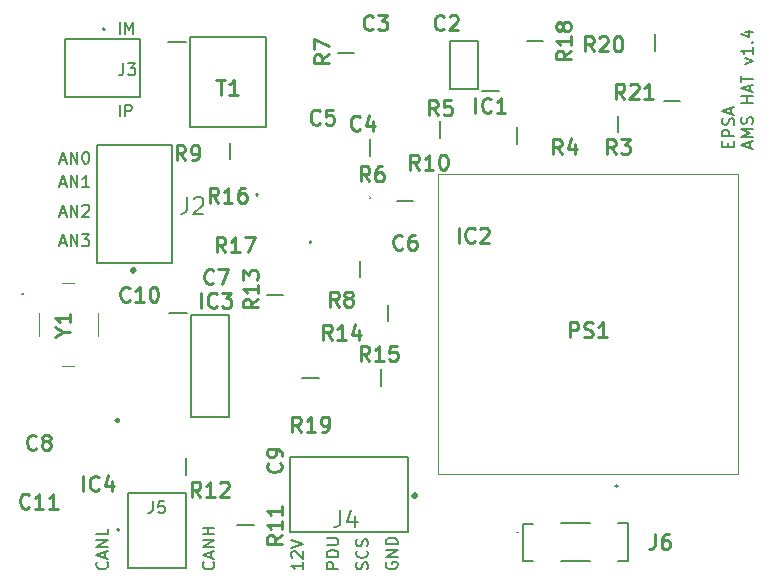
<source format=gto>
G04 #@! TF.GenerationSoftware,KiCad,Pcbnew,8.0.2*
G04 #@! TF.CreationDate,2024-09-30T17:16:08+02:00*
G04 #@! TF.ProjectId,AMS Dongle,414d5320-446f-46e6-976c-652e6b696361,rev?*
G04 #@! TF.SameCoordinates,Original*
G04 #@! TF.FileFunction,Legend,Top*
G04 #@! TF.FilePolarity,Positive*
%FSLAX46Y46*%
G04 Gerber Fmt 4.6, Leading zero omitted, Abs format (unit mm)*
G04 Created by KiCad (PCBNEW 8.0.2) date 2024-09-30 17:16:08*
%MOMM*%
%LPD*%
G01*
G04 APERTURE LIST*
%ADD10C,0.150000*%
%ADD11C,0.254000*%
%ADD12C,0.200000*%
%ADD13C,0.127000*%
%ADD14C,0.300000*%
%ADD15C,0.100000*%
%ADD16C,0.250000*%
G04 APERTURE END LIST*
D10*
X104789160Y-65584104D02*
X105265350Y-65584104D01*
X104693922Y-65869819D02*
X105027255Y-64869819D01*
X105027255Y-64869819D02*
X105360588Y-65869819D01*
X105693922Y-65869819D02*
X105693922Y-64869819D01*
X105693922Y-64869819D02*
X106265350Y-65869819D01*
X106265350Y-65869819D02*
X106265350Y-64869819D01*
X107265350Y-65869819D02*
X106693922Y-65869819D01*
X106979636Y-65869819D02*
X106979636Y-64869819D01*
X106979636Y-64869819D02*
X106884398Y-65012676D01*
X106884398Y-65012676D02*
X106789160Y-65107914D01*
X106789160Y-65107914D02*
X106693922Y-65155533D01*
X117774580Y-97591792D02*
X117822200Y-97639411D01*
X117822200Y-97639411D02*
X117869819Y-97782268D01*
X117869819Y-97782268D02*
X117869819Y-97877506D01*
X117869819Y-97877506D02*
X117822200Y-98020363D01*
X117822200Y-98020363D02*
X117726961Y-98115601D01*
X117726961Y-98115601D02*
X117631723Y-98163220D01*
X117631723Y-98163220D02*
X117441247Y-98210839D01*
X117441247Y-98210839D02*
X117298390Y-98210839D01*
X117298390Y-98210839D02*
X117107914Y-98163220D01*
X117107914Y-98163220D02*
X117012676Y-98115601D01*
X117012676Y-98115601D02*
X116917438Y-98020363D01*
X116917438Y-98020363D02*
X116869819Y-97877506D01*
X116869819Y-97877506D02*
X116869819Y-97782268D01*
X116869819Y-97782268D02*
X116917438Y-97639411D01*
X116917438Y-97639411D02*
X116965057Y-97591792D01*
X117584104Y-97210839D02*
X117584104Y-96734649D01*
X117869819Y-97306077D02*
X116869819Y-96972744D01*
X116869819Y-96972744D02*
X117869819Y-96639411D01*
X117869819Y-96306077D02*
X116869819Y-96306077D01*
X116869819Y-96306077D02*
X117869819Y-95734649D01*
X117869819Y-95734649D02*
X116869819Y-95734649D01*
X117869819Y-95258458D02*
X116869819Y-95258458D01*
X117346009Y-95258458D02*
X117346009Y-94687030D01*
X117869819Y-94687030D02*
X116869819Y-94687030D01*
X163174160Y-62510839D02*
X163174160Y-62034649D01*
X163459875Y-62606077D02*
X162459875Y-62272744D01*
X162459875Y-62272744D02*
X163459875Y-61939411D01*
X163459875Y-61606077D02*
X162459875Y-61606077D01*
X162459875Y-61606077D02*
X163174160Y-61272744D01*
X163174160Y-61272744D02*
X162459875Y-60939411D01*
X162459875Y-60939411D02*
X163459875Y-60939411D01*
X163412256Y-60510839D02*
X163459875Y-60367982D01*
X163459875Y-60367982D02*
X163459875Y-60129887D01*
X163459875Y-60129887D02*
X163412256Y-60034649D01*
X163412256Y-60034649D02*
X163364636Y-59987030D01*
X163364636Y-59987030D02*
X163269398Y-59939411D01*
X163269398Y-59939411D02*
X163174160Y-59939411D01*
X163174160Y-59939411D02*
X163078922Y-59987030D01*
X163078922Y-59987030D02*
X163031303Y-60034649D01*
X163031303Y-60034649D02*
X162983684Y-60129887D01*
X162983684Y-60129887D02*
X162936065Y-60320363D01*
X162936065Y-60320363D02*
X162888446Y-60415601D01*
X162888446Y-60415601D02*
X162840827Y-60463220D01*
X162840827Y-60463220D02*
X162745589Y-60510839D01*
X162745589Y-60510839D02*
X162650351Y-60510839D01*
X162650351Y-60510839D02*
X162555113Y-60463220D01*
X162555113Y-60463220D02*
X162507494Y-60415601D01*
X162507494Y-60415601D02*
X162459875Y-60320363D01*
X162459875Y-60320363D02*
X162459875Y-60082268D01*
X162459875Y-60082268D02*
X162507494Y-59939411D01*
X163459875Y-58748934D02*
X162459875Y-58748934D01*
X162936065Y-58748934D02*
X162936065Y-58177506D01*
X163459875Y-58177506D02*
X162459875Y-58177506D01*
X163174160Y-57748934D02*
X163174160Y-57272744D01*
X163459875Y-57844172D02*
X162459875Y-57510839D01*
X162459875Y-57510839D02*
X163459875Y-57177506D01*
X162459875Y-56987029D02*
X162459875Y-56415601D01*
X163459875Y-56701315D02*
X162459875Y-56701315D01*
X162793208Y-55415600D02*
X163459875Y-55177505D01*
X163459875Y-55177505D02*
X162793208Y-54939410D01*
X163459875Y-54034648D02*
X163459875Y-54606076D01*
X163459875Y-54320362D02*
X162459875Y-54320362D01*
X162459875Y-54320362D02*
X162602732Y-54415600D01*
X162602732Y-54415600D02*
X162697970Y-54510838D01*
X162697970Y-54510838D02*
X162745589Y-54606076D01*
X163364636Y-53606076D02*
X163412256Y-53558457D01*
X163412256Y-53558457D02*
X163459875Y-53606076D01*
X163459875Y-53606076D02*
X163412256Y-53653695D01*
X163412256Y-53653695D02*
X163364636Y-53606076D01*
X163364636Y-53606076D02*
X163459875Y-53606076D01*
X162793208Y-52701315D02*
X163459875Y-52701315D01*
X162412256Y-52939410D02*
X163126541Y-53177505D01*
X163126541Y-53177505D02*
X163126541Y-52558458D01*
X161346009Y-62463220D02*
X161346009Y-62129887D01*
X161869819Y-61987030D02*
X161869819Y-62463220D01*
X161869819Y-62463220D02*
X160869819Y-62463220D01*
X160869819Y-62463220D02*
X160869819Y-61987030D01*
X161869819Y-61558458D02*
X160869819Y-61558458D01*
X160869819Y-61558458D02*
X160869819Y-61177506D01*
X160869819Y-61177506D02*
X160917438Y-61082268D01*
X160917438Y-61082268D02*
X160965057Y-61034649D01*
X160965057Y-61034649D02*
X161060295Y-60987030D01*
X161060295Y-60987030D02*
X161203152Y-60987030D01*
X161203152Y-60987030D02*
X161298390Y-61034649D01*
X161298390Y-61034649D02*
X161346009Y-61082268D01*
X161346009Y-61082268D02*
X161393628Y-61177506D01*
X161393628Y-61177506D02*
X161393628Y-61558458D01*
X161822200Y-60606077D02*
X161869819Y-60463220D01*
X161869819Y-60463220D02*
X161869819Y-60225125D01*
X161869819Y-60225125D02*
X161822200Y-60129887D01*
X161822200Y-60129887D02*
X161774580Y-60082268D01*
X161774580Y-60082268D02*
X161679342Y-60034649D01*
X161679342Y-60034649D02*
X161584104Y-60034649D01*
X161584104Y-60034649D02*
X161488866Y-60082268D01*
X161488866Y-60082268D02*
X161441247Y-60129887D01*
X161441247Y-60129887D02*
X161393628Y-60225125D01*
X161393628Y-60225125D02*
X161346009Y-60415601D01*
X161346009Y-60415601D02*
X161298390Y-60510839D01*
X161298390Y-60510839D02*
X161250771Y-60558458D01*
X161250771Y-60558458D02*
X161155533Y-60606077D01*
X161155533Y-60606077D02*
X161060295Y-60606077D01*
X161060295Y-60606077D02*
X160965057Y-60558458D01*
X160965057Y-60558458D02*
X160917438Y-60510839D01*
X160917438Y-60510839D02*
X160869819Y-60415601D01*
X160869819Y-60415601D02*
X160869819Y-60177506D01*
X160869819Y-60177506D02*
X160917438Y-60034649D01*
X161584104Y-59653696D02*
X161584104Y-59177506D01*
X161869819Y-59748934D02*
X160869819Y-59415601D01*
X160869819Y-59415601D02*
X161869819Y-59082268D01*
X108774580Y-97591792D02*
X108822200Y-97639411D01*
X108822200Y-97639411D02*
X108869819Y-97782268D01*
X108869819Y-97782268D02*
X108869819Y-97877506D01*
X108869819Y-97877506D02*
X108822200Y-98020363D01*
X108822200Y-98020363D02*
X108726961Y-98115601D01*
X108726961Y-98115601D02*
X108631723Y-98163220D01*
X108631723Y-98163220D02*
X108441247Y-98210839D01*
X108441247Y-98210839D02*
X108298390Y-98210839D01*
X108298390Y-98210839D02*
X108107914Y-98163220D01*
X108107914Y-98163220D02*
X108012676Y-98115601D01*
X108012676Y-98115601D02*
X107917438Y-98020363D01*
X107917438Y-98020363D02*
X107869819Y-97877506D01*
X107869819Y-97877506D02*
X107869819Y-97782268D01*
X107869819Y-97782268D02*
X107917438Y-97639411D01*
X107917438Y-97639411D02*
X107965057Y-97591792D01*
X108584104Y-97210839D02*
X108584104Y-96734649D01*
X108869819Y-97306077D02*
X107869819Y-96972744D01*
X107869819Y-96972744D02*
X108869819Y-96639411D01*
X108869819Y-96306077D02*
X107869819Y-96306077D01*
X107869819Y-96306077D02*
X108869819Y-95734649D01*
X108869819Y-95734649D02*
X107869819Y-95734649D01*
X108869819Y-94782268D02*
X108869819Y-95258458D01*
X108869819Y-95258458D02*
X107869819Y-95258458D01*
X128369819Y-98163220D02*
X127369819Y-98163220D01*
X127369819Y-98163220D02*
X127369819Y-97782268D01*
X127369819Y-97782268D02*
X127417438Y-97687030D01*
X127417438Y-97687030D02*
X127465057Y-97639411D01*
X127465057Y-97639411D02*
X127560295Y-97591792D01*
X127560295Y-97591792D02*
X127703152Y-97591792D01*
X127703152Y-97591792D02*
X127798390Y-97639411D01*
X127798390Y-97639411D02*
X127846009Y-97687030D01*
X127846009Y-97687030D02*
X127893628Y-97782268D01*
X127893628Y-97782268D02*
X127893628Y-98163220D01*
X128369819Y-97163220D02*
X127369819Y-97163220D01*
X127369819Y-97163220D02*
X127369819Y-96925125D01*
X127369819Y-96925125D02*
X127417438Y-96782268D01*
X127417438Y-96782268D02*
X127512676Y-96687030D01*
X127512676Y-96687030D02*
X127607914Y-96639411D01*
X127607914Y-96639411D02*
X127798390Y-96591792D01*
X127798390Y-96591792D02*
X127941247Y-96591792D01*
X127941247Y-96591792D02*
X128131723Y-96639411D01*
X128131723Y-96639411D02*
X128226961Y-96687030D01*
X128226961Y-96687030D02*
X128322200Y-96782268D01*
X128322200Y-96782268D02*
X128369819Y-96925125D01*
X128369819Y-96925125D02*
X128369819Y-97163220D01*
X127369819Y-96163220D02*
X128179342Y-96163220D01*
X128179342Y-96163220D02*
X128274580Y-96115601D01*
X128274580Y-96115601D02*
X128322200Y-96067982D01*
X128322200Y-96067982D02*
X128369819Y-95972744D01*
X128369819Y-95972744D02*
X128369819Y-95782268D01*
X128369819Y-95782268D02*
X128322200Y-95687030D01*
X128322200Y-95687030D02*
X128274580Y-95639411D01*
X128274580Y-95639411D02*
X128179342Y-95591792D01*
X128179342Y-95591792D02*
X127369819Y-95591792D01*
X109836779Y-52869819D02*
X109836779Y-51869819D01*
X110312969Y-52869819D02*
X110312969Y-51869819D01*
X110312969Y-51869819D02*
X110646302Y-52584104D01*
X110646302Y-52584104D02*
X110979635Y-51869819D01*
X110979635Y-51869819D02*
X110979635Y-52869819D01*
X130822200Y-98210839D02*
X130869819Y-98067982D01*
X130869819Y-98067982D02*
X130869819Y-97829887D01*
X130869819Y-97829887D02*
X130822200Y-97734649D01*
X130822200Y-97734649D02*
X130774580Y-97687030D01*
X130774580Y-97687030D02*
X130679342Y-97639411D01*
X130679342Y-97639411D02*
X130584104Y-97639411D01*
X130584104Y-97639411D02*
X130488866Y-97687030D01*
X130488866Y-97687030D02*
X130441247Y-97734649D01*
X130441247Y-97734649D02*
X130393628Y-97829887D01*
X130393628Y-97829887D02*
X130346009Y-98020363D01*
X130346009Y-98020363D02*
X130298390Y-98115601D01*
X130298390Y-98115601D02*
X130250771Y-98163220D01*
X130250771Y-98163220D02*
X130155533Y-98210839D01*
X130155533Y-98210839D02*
X130060295Y-98210839D01*
X130060295Y-98210839D02*
X129965057Y-98163220D01*
X129965057Y-98163220D02*
X129917438Y-98115601D01*
X129917438Y-98115601D02*
X129869819Y-98020363D01*
X129869819Y-98020363D02*
X129869819Y-97782268D01*
X129869819Y-97782268D02*
X129917438Y-97639411D01*
X130774580Y-96639411D02*
X130822200Y-96687030D01*
X130822200Y-96687030D02*
X130869819Y-96829887D01*
X130869819Y-96829887D02*
X130869819Y-96925125D01*
X130869819Y-96925125D02*
X130822200Y-97067982D01*
X130822200Y-97067982D02*
X130726961Y-97163220D01*
X130726961Y-97163220D02*
X130631723Y-97210839D01*
X130631723Y-97210839D02*
X130441247Y-97258458D01*
X130441247Y-97258458D02*
X130298390Y-97258458D01*
X130298390Y-97258458D02*
X130107914Y-97210839D01*
X130107914Y-97210839D02*
X130012676Y-97163220D01*
X130012676Y-97163220D02*
X129917438Y-97067982D01*
X129917438Y-97067982D02*
X129869819Y-96925125D01*
X129869819Y-96925125D02*
X129869819Y-96829887D01*
X129869819Y-96829887D02*
X129917438Y-96687030D01*
X129917438Y-96687030D02*
X129965057Y-96639411D01*
X130822200Y-96258458D02*
X130869819Y-96115601D01*
X130869819Y-96115601D02*
X130869819Y-95877506D01*
X130869819Y-95877506D02*
X130822200Y-95782268D01*
X130822200Y-95782268D02*
X130774580Y-95734649D01*
X130774580Y-95734649D02*
X130679342Y-95687030D01*
X130679342Y-95687030D02*
X130584104Y-95687030D01*
X130584104Y-95687030D02*
X130488866Y-95734649D01*
X130488866Y-95734649D02*
X130441247Y-95782268D01*
X130441247Y-95782268D02*
X130393628Y-95877506D01*
X130393628Y-95877506D02*
X130346009Y-96067982D01*
X130346009Y-96067982D02*
X130298390Y-96163220D01*
X130298390Y-96163220D02*
X130250771Y-96210839D01*
X130250771Y-96210839D02*
X130155533Y-96258458D01*
X130155533Y-96258458D02*
X130060295Y-96258458D01*
X130060295Y-96258458D02*
X129965057Y-96210839D01*
X129965057Y-96210839D02*
X129917438Y-96163220D01*
X129917438Y-96163220D02*
X129869819Y-96067982D01*
X129869819Y-96067982D02*
X129869819Y-95829887D01*
X129869819Y-95829887D02*
X129917438Y-95687030D01*
X104789160Y-63584104D02*
X105265350Y-63584104D01*
X104693922Y-63869819D02*
X105027255Y-62869819D01*
X105027255Y-62869819D02*
X105360588Y-63869819D01*
X105693922Y-63869819D02*
X105693922Y-62869819D01*
X105693922Y-62869819D02*
X106265350Y-63869819D01*
X106265350Y-63869819D02*
X106265350Y-62869819D01*
X106932017Y-62869819D02*
X107027255Y-62869819D01*
X107027255Y-62869819D02*
X107122493Y-62917438D01*
X107122493Y-62917438D02*
X107170112Y-62965057D01*
X107170112Y-62965057D02*
X107217731Y-63060295D01*
X107217731Y-63060295D02*
X107265350Y-63250771D01*
X107265350Y-63250771D02*
X107265350Y-63488866D01*
X107265350Y-63488866D02*
X107217731Y-63679342D01*
X107217731Y-63679342D02*
X107170112Y-63774580D01*
X107170112Y-63774580D02*
X107122493Y-63822200D01*
X107122493Y-63822200D02*
X107027255Y-63869819D01*
X107027255Y-63869819D02*
X106932017Y-63869819D01*
X106932017Y-63869819D02*
X106836779Y-63822200D01*
X106836779Y-63822200D02*
X106789160Y-63774580D01*
X106789160Y-63774580D02*
X106741541Y-63679342D01*
X106741541Y-63679342D02*
X106693922Y-63488866D01*
X106693922Y-63488866D02*
X106693922Y-63250771D01*
X106693922Y-63250771D02*
X106741541Y-63060295D01*
X106741541Y-63060295D02*
X106789160Y-62965057D01*
X106789160Y-62965057D02*
X106836779Y-62917438D01*
X106836779Y-62917438D02*
X106932017Y-62869819D01*
X109836779Y-59869819D02*
X109836779Y-58869819D01*
X110312969Y-59869819D02*
X110312969Y-58869819D01*
X110312969Y-58869819D02*
X110693921Y-58869819D01*
X110693921Y-58869819D02*
X110789159Y-58917438D01*
X110789159Y-58917438D02*
X110836778Y-58965057D01*
X110836778Y-58965057D02*
X110884397Y-59060295D01*
X110884397Y-59060295D02*
X110884397Y-59203152D01*
X110884397Y-59203152D02*
X110836778Y-59298390D01*
X110836778Y-59298390D02*
X110789159Y-59346009D01*
X110789159Y-59346009D02*
X110693921Y-59393628D01*
X110693921Y-59393628D02*
X110312969Y-59393628D01*
X104789160Y-70584104D02*
X105265350Y-70584104D01*
X104693922Y-70869819D02*
X105027255Y-69869819D01*
X105027255Y-69869819D02*
X105360588Y-70869819D01*
X105693922Y-70869819D02*
X105693922Y-69869819D01*
X105693922Y-69869819D02*
X106265350Y-70869819D01*
X106265350Y-70869819D02*
X106265350Y-69869819D01*
X106646303Y-69869819D02*
X107265350Y-69869819D01*
X107265350Y-69869819D02*
X106932017Y-70250771D01*
X106932017Y-70250771D02*
X107074874Y-70250771D01*
X107074874Y-70250771D02*
X107170112Y-70298390D01*
X107170112Y-70298390D02*
X107217731Y-70346009D01*
X107217731Y-70346009D02*
X107265350Y-70441247D01*
X107265350Y-70441247D02*
X107265350Y-70679342D01*
X107265350Y-70679342D02*
X107217731Y-70774580D01*
X107217731Y-70774580D02*
X107170112Y-70822200D01*
X107170112Y-70822200D02*
X107074874Y-70869819D01*
X107074874Y-70869819D02*
X106789160Y-70869819D01*
X106789160Y-70869819D02*
X106693922Y-70822200D01*
X106693922Y-70822200D02*
X106646303Y-70774580D01*
X132417438Y-97639411D02*
X132369819Y-97734649D01*
X132369819Y-97734649D02*
X132369819Y-97877506D01*
X132369819Y-97877506D02*
X132417438Y-98020363D01*
X132417438Y-98020363D02*
X132512676Y-98115601D01*
X132512676Y-98115601D02*
X132607914Y-98163220D01*
X132607914Y-98163220D02*
X132798390Y-98210839D01*
X132798390Y-98210839D02*
X132941247Y-98210839D01*
X132941247Y-98210839D02*
X133131723Y-98163220D01*
X133131723Y-98163220D02*
X133226961Y-98115601D01*
X133226961Y-98115601D02*
X133322200Y-98020363D01*
X133322200Y-98020363D02*
X133369819Y-97877506D01*
X133369819Y-97877506D02*
X133369819Y-97782268D01*
X133369819Y-97782268D02*
X133322200Y-97639411D01*
X133322200Y-97639411D02*
X133274580Y-97591792D01*
X133274580Y-97591792D02*
X132941247Y-97591792D01*
X132941247Y-97591792D02*
X132941247Y-97782268D01*
X133369819Y-97163220D02*
X132369819Y-97163220D01*
X132369819Y-97163220D02*
X133369819Y-96591792D01*
X133369819Y-96591792D02*
X132369819Y-96591792D01*
X133369819Y-96115601D02*
X132369819Y-96115601D01*
X132369819Y-96115601D02*
X132369819Y-95877506D01*
X132369819Y-95877506D02*
X132417438Y-95734649D01*
X132417438Y-95734649D02*
X132512676Y-95639411D01*
X132512676Y-95639411D02*
X132607914Y-95591792D01*
X132607914Y-95591792D02*
X132798390Y-95544173D01*
X132798390Y-95544173D02*
X132941247Y-95544173D01*
X132941247Y-95544173D02*
X133131723Y-95591792D01*
X133131723Y-95591792D02*
X133226961Y-95639411D01*
X133226961Y-95639411D02*
X133322200Y-95734649D01*
X133322200Y-95734649D02*
X133369819Y-95877506D01*
X133369819Y-95877506D02*
X133369819Y-96115601D01*
X104789160Y-68084104D02*
X105265350Y-68084104D01*
X104693922Y-68369819D02*
X105027255Y-67369819D01*
X105027255Y-67369819D02*
X105360588Y-68369819D01*
X105693922Y-68369819D02*
X105693922Y-67369819D01*
X105693922Y-67369819D02*
X106265350Y-68369819D01*
X106265350Y-68369819D02*
X106265350Y-67369819D01*
X106693922Y-67465057D02*
X106741541Y-67417438D01*
X106741541Y-67417438D02*
X106836779Y-67369819D01*
X106836779Y-67369819D02*
X107074874Y-67369819D01*
X107074874Y-67369819D02*
X107170112Y-67417438D01*
X107170112Y-67417438D02*
X107217731Y-67465057D01*
X107217731Y-67465057D02*
X107265350Y-67560295D01*
X107265350Y-67560295D02*
X107265350Y-67655533D01*
X107265350Y-67655533D02*
X107217731Y-67798390D01*
X107217731Y-67798390D02*
X106646303Y-68369819D01*
X106646303Y-68369819D02*
X107265350Y-68369819D01*
X125369819Y-97639411D02*
X125369819Y-98210839D01*
X125369819Y-97925125D02*
X124369819Y-97925125D01*
X124369819Y-97925125D02*
X124512676Y-98020363D01*
X124512676Y-98020363D02*
X124607914Y-98115601D01*
X124607914Y-98115601D02*
X124655533Y-98210839D01*
X124465057Y-97258458D02*
X124417438Y-97210839D01*
X124417438Y-97210839D02*
X124369819Y-97115601D01*
X124369819Y-97115601D02*
X124369819Y-96877506D01*
X124369819Y-96877506D02*
X124417438Y-96782268D01*
X124417438Y-96782268D02*
X124465057Y-96734649D01*
X124465057Y-96734649D02*
X124560295Y-96687030D01*
X124560295Y-96687030D02*
X124655533Y-96687030D01*
X124655533Y-96687030D02*
X124798390Y-96734649D01*
X124798390Y-96734649D02*
X125369819Y-97306077D01*
X125369819Y-97306077D02*
X125369819Y-96687030D01*
X124369819Y-96401315D02*
X125369819Y-96067982D01*
X125369819Y-96067982D02*
X124369819Y-95734649D01*
D11*
X118783571Y-71374318D02*
X118360237Y-70769556D01*
X118057856Y-71374318D02*
X118057856Y-70104318D01*
X118057856Y-70104318D02*
X118541666Y-70104318D01*
X118541666Y-70104318D02*
X118662618Y-70164794D01*
X118662618Y-70164794D02*
X118723095Y-70225270D01*
X118723095Y-70225270D02*
X118783571Y-70346222D01*
X118783571Y-70346222D02*
X118783571Y-70527651D01*
X118783571Y-70527651D02*
X118723095Y-70648603D01*
X118723095Y-70648603D02*
X118662618Y-70709080D01*
X118662618Y-70709080D02*
X118541666Y-70769556D01*
X118541666Y-70769556D02*
X118057856Y-70769556D01*
X119993095Y-71374318D02*
X119267380Y-71374318D01*
X119630237Y-71374318D02*
X119630237Y-70104318D01*
X119630237Y-70104318D02*
X119509285Y-70285746D01*
X119509285Y-70285746D02*
X119388333Y-70406699D01*
X119388333Y-70406699D02*
X119267380Y-70467175D01*
X120416428Y-70104318D02*
X121263095Y-70104318D01*
X121263095Y-70104318D02*
X120718809Y-71374318D01*
X123453365Y-89211666D02*
X123513842Y-89272142D01*
X123513842Y-89272142D02*
X123574318Y-89453571D01*
X123574318Y-89453571D02*
X123574318Y-89574523D01*
X123574318Y-89574523D02*
X123513842Y-89755952D01*
X123513842Y-89755952D02*
X123392889Y-89876904D01*
X123392889Y-89876904D02*
X123271937Y-89937381D01*
X123271937Y-89937381D02*
X123030032Y-89997857D01*
X123030032Y-89997857D02*
X122848603Y-89997857D01*
X122848603Y-89997857D02*
X122606699Y-89937381D01*
X122606699Y-89937381D02*
X122485746Y-89876904D01*
X122485746Y-89876904D02*
X122364794Y-89755952D01*
X122364794Y-89755952D02*
X122304318Y-89574523D01*
X122304318Y-89574523D02*
X122304318Y-89453571D01*
X122304318Y-89453571D02*
X122364794Y-89272142D01*
X122364794Y-89272142D02*
X122425270Y-89211666D01*
X123574318Y-88606904D02*
X123574318Y-88365000D01*
X123574318Y-88365000D02*
X123513842Y-88244047D01*
X123513842Y-88244047D02*
X123453365Y-88183571D01*
X123453365Y-88183571D02*
X123271937Y-88062619D01*
X123271937Y-88062619D02*
X123030032Y-88002142D01*
X123030032Y-88002142D02*
X122546222Y-88002142D01*
X122546222Y-88002142D02*
X122425270Y-88062619D01*
X122425270Y-88062619D02*
X122364794Y-88123095D01*
X122364794Y-88123095D02*
X122304318Y-88244047D01*
X122304318Y-88244047D02*
X122304318Y-88485952D01*
X122304318Y-88485952D02*
X122364794Y-88606904D01*
X122364794Y-88606904D02*
X122425270Y-88667381D01*
X122425270Y-88667381D02*
X122546222Y-88727857D01*
X122546222Y-88727857D02*
X122848603Y-88727857D01*
X122848603Y-88727857D02*
X122969556Y-88667381D01*
X122969556Y-88667381D02*
X123030032Y-88606904D01*
X123030032Y-88606904D02*
X123090508Y-88485952D01*
X123090508Y-88485952D02*
X123090508Y-88244047D01*
X123090508Y-88244047D02*
X123030032Y-88123095D01*
X123030032Y-88123095D02*
X122969556Y-88062619D01*
X122969556Y-88062619D02*
X122848603Y-88002142D01*
X130188333Y-60953365D02*
X130127857Y-61013842D01*
X130127857Y-61013842D02*
X129946428Y-61074318D01*
X129946428Y-61074318D02*
X129825476Y-61074318D01*
X129825476Y-61074318D02*
X129644047Y-61013842D01*
X129644047Y-61013842D02*
X129523095Y-60892889D01*
X129523095Y-60892889D02*
X129462618Y-60771937D01*
X129462618Y-60771937D02*
X129402142Y-60530032D01*
X129402142Y-60530032D02*
X129402142Y-60348603D01*
X129402142Y-60348603D02*
X129462618Y-60106699D01*
X129462618Y-60106699D02*
X129523095Y-59985746D01*
X129523095Y-59985746D02*
X129644047Y-59864794D01*
X129644047Y-59864794D02*
X129825476Y-59804318D01*
X129825476Y-59804318D02*
X129946428Y-59804318D01*
X129946428Y-59804318D02*
X130127857Y-59864794D01*
X130127857Y-59864794D02*
X130188333Y-59925270D01*
X131276904Y-60227651D02*
X131276904Y-61074318D01*
X130974523Y-59743842D02*
X130672142Y-60650984D01*
X130672142Y-60650984D02*
X131458333Y-60650984D01*
X151838333Y-63074318D02*
X151414999Y-62469556D01*
X151112618Y-63074318D02*
X151112618Y-61804318D01*
X151112618Y-61804318D02*
X151596428Y-61804318D01*
X151596428Y-61804318D02*
X151717380Y-61864794D01*
X151717380Y-61864794D02*
X151777857Y-61925270D01*
X151777857Y-61925270D02*
X151838333Y-62046222D01*
X151838333Y-62046222D02*
X151838333Y-62227651D01*
X151838333Y-62227651D02*
X151777857Y-62348603D01*
X151777857Y-62348603D02*
X151717380Y-62409080D01*
X151717380Y-62409080D02*
X151596428Y-62469556D01*
X151596428Y-62469556D02*
X151112618Y-62469556D01*
X152261666Y-61804318D02*
X153047857Y-61804318D01*
X153047857Y-61804318D02*
X152624523Y-62288127D01*
X152624523Y-62288127D02*
X152805952Y-62288127D01*
X152805952Y-62288127D02*
X152926904Y-62348603D01*
X152926904Y-62348603D02*
X152987380Y-62409080D01*
X152987380Y-62409080D02*
X153047857Y-62530032D01*
X153047857Y-62530032D02*
X153047857Y-62832413D01*
X153047857Y-62832413D02*
X152987380Y-62953365D01*
X152987380Y-62953365D02*
X152926904Y-63013842D01*
X152926904Y-63013842D02*
X152805952Y-63074318D01*
X152805952Y-63074318D02*
X152443095Y-63074318D01*
X152443095Y-63074318D02*
X152322142Y-63013842D01*
X152322142Y-63013842D02*
X152261666Y-62953365D01*
X127574318Y-54611666D02*
X126969556Y-55035000D01*
X127574318Y-55337381D02*
X126304318Y-55337381D01*
X126304318Y-55337381D02*
X126304318Y-54853571D01*
X126304318Y-54853571D02*
X126364794Y-54732619D01*
X126364794Y-54732619D02*
X126425270Y-54672142D01*
X126425270Y-54672142D02*
X126546222Y-54611666D01*
X126546222Y-54611666D02*
X126727651Y-54611666D01*
X126727651Y-54611666D02*
X126848603Y-54672142D01*
X126848603Y-54672142D02*
X126909080Y-54732619D01*
X126909080Y-54732619D02*
X126969556Y-54853571D01*
X126969556Y-54853571D02*
X126969556Y-55337381D01*
X126304318Y-54188333D02*
X126304318Y-53341666D01*
X126304318Y-53341666D02*
X127574318Y-53885952D01*
X121574318Y-75316428D02*
X120969556Y-75739762D01*
X121574318Y-76042143D02*
X120304318Y-76042143D01*
X120304318Y-76042143D02*
X120304318Y-75558333D01*
X120304318Y-75558333D02*
X120364794Y-75437381D01*
X120364794Y-75437381D02*
X120425270Y-75376904D01*
X120425270Y-75376904D02*
X120546222Y-75316428D01*
X120546222Y-75316428D02*
X120727651Y-75316428D01*
X120727651Y-75316428D02*
X120848603Y-75376904D01*
X120848603Y-75376904D02*
X120909080Y-75437381D01*
X120909080Y-75437381D02*
X120969556Y-75558333D01*
X120969556Y-75558333D02*
X120969556Y-76042143D01*
X121574318Y-74106904D02*
X121574318Y-74832619D01*
X121574318Y-74469762D02*
X120304318Y-74469762D01*
X120304318Y-74469762D02*
X120485746Y-74590714D01*
X120485746Y-74590714D02*
X120606699Y-74711666D01*
X120606699Y-74711666D02*
X120667175Y-74832619D01*
X120304318Y-73683571D02*
X120304318Y-72897380D01*
X120304318Y-72897380D02*
X120788127Y-73320714D01*
X120788127Y-73320714D02*
X120788127Y-73139285D01*
X120788127Y-73139285D02*
X120848603Y-73018333D01*
X120848603Y-73018333D02*
X120909080Y-72957857D01*
X120909080Y-72957857D02*
X121030032Y-72897380D01*
X121030032Y-72897380D02*
X121332413Y-72897380D01*
X121332413Y-72897380D02*
X121453365Y-72957857D01*
X121453365Y-72957857D02*
X121513842Y-73018333D01*
X121513842Y-73018333D02*
X121574318Y-73139285D01*
X121574318Y-73139285D02*
X121574318Y-73502142D01*
X121574318Y-73502142D02*
X121513842Y-73623095D01*
X121513842Y-73623095D02*
X121453365Y-73683571D01*
X115388333Y-63574318D02*
X114964999Y-62969556D01*
X114662618Y-63574318D02*
X114662618Y-62304318D01*
X114662618Y-62304318D02*
X115146428Y-62304318D01*
X115146428Y-62304318D02*
X115267380Y-62364794D01*
X115267380Y-62364794D02*
X115327857Y-62425270D01*
X115327857Y-62425270D02*
X115388333Y-62546222D01*
X115388333Y-62546222D02*
X115388333Y-62727651D01*
X115388333Y-62727651D02*
X115327857Y-62848603D01*
X115327857Y-62848603D02*
X115267380Y-62909080D01*
X115267380Y-62909080D02*
X115146428Y-62969556D01*
X115146428Y-62969556D02*
X114662618Y-62969556D01*
X115993095Y-63574318D02*
X116234999Y-63574318D01*
X116234999Y-63574318D02*
X116355952Y-63513842D01*
X116355952Y-63513842D02*
X116416428Y-63453365D01*
X116416428Y-63453365D02*
X116537380Y-63271937D01*
X116537380Y-63271937D02*
X116597857Y-63030032D01*
X116597857Y-63030032D02*
X116597857Y-62546222D01*
X116597857Y-62546222D02*
X116537380Y-62425270D01*
X116537380Y-62425270D02*
X116476904Y-62364794D01*
X116476904Y-62364794D02*
X116355952Y-62304318D01*
X116355952Y-62304318D02*
X116114047Y-62304318D01*
X116114047Y-62304318D02*
X115993095Y-62364794D01*
X115993095Y-62364794D02*
X115932618Y-62425270D01*
X115932618Y-62425270D02*
X115872142Y-62546222D01*
X115872142Y-62546222D02*
X115872142Y-62848603D01*
X115872142Y-62848603D02*
X115932618Y-62969556D01*
X115932618Y-62969556D02*
X115993095Y-63030032D01*
X115993095Y-63030032D02*
X116114047Y-63090508D01*
X116114047Y-63090508D02*
X116355952Y-63090508D01*
X116355952Y-63090508D02*
X116476904Y-63030032D01*
X116476904Y-63030032D02*
X116537380Y-62969556D01*
X116537380Y-62969556D02*
X116597857Y-62848603D01*
X130988333Y-65374318D02*
X130564999Y-64769556D01*
X130262618Y-65374318D02*
X130262618Y-64104318D01*
X130262618Y-64104318D02*
X130746428Y-64104318D01*
X130746428Y-64104318D02*
X130867380Y-64164794D01*
X130867380Y-64164794D02*
X130927857Y-64225270D01*
X130927857Y-64225270D02*
X130988333Y-64346222D01*
X130988333Y-64346222D02*
X130988333Y-64527651D01*
X130988333Y-64527651D02*
X130927857Y-64648603D01*
X130927857Y-64648603D02*
X130867380Y-64709080D01*
X130867380Y-64709080D02*
X130746428Y-64769556D01*
X130746428Y-64769556D02*
X130262618Y-64769556D01*
X132076904Y-64104318D02*
X131834999Y-64104318D01*
X131834999Y-64104318D02*
X131714047Y-64164794D01*
X131714047Y-64164794D02*
X131653571Y-64225270D01*
X131653571Y-64225270D02*
X131532618Y-64406699D01*
X131532618Y-64406699D02*
X131472142Y-64648603D01*
X131472142Y-64648603D02*
X131472142Y-65132413D01*
X131472142Y-65132413D02*
X131532618Y-65253365D01*
X131532618Y-65253365D02*
X131593095Y-65313842D01*
X131593095Y-65313842D02*
X131714047Y-65374318D01*
X131714047Y-65374318D02*
X131955952Y-65374318D01*
X131955952Y-65374318D02*
X132076904Y-65313842D01*
X132076904Y-65313842D02*
X132137380Y-65253365D01*
X132137380Y-65253365D02*
X132197857Y-65132413D01*
X132197857Y-65132413D02*
X132197857Y-64830032D01*
X132197857Y-64830032D02*
X132137380Y-64709080D01*
X132137380Y-64709080D02*
X132076904Y-64648603D01*
X132076904Y-64648603D02*
X131955952Y-64588127D01*
X131955952Y-64588127D02*
X131714047Y-64588127D01*
X131714047Y-64588127D02*
X131593095Y-64648603D01*
X131593095Y-64648603D02*
X131532618Y-64709080D01*
X131532618Y-64709080D02*
X131472142Y-64830032D01*
D10*
X112666666Y-92454819D02*
X112666666Y-93169104D01*
X112666666Y-93169104D02*
X112619047Y-93311961D01*
X112619047Y-93311961D02*
X112523809Y-93407200D01*
X112523809Y-93407200D02*
X112380952Y-93454819D01*
X112380952Y-93454819D02*
X112285714Y-93454819D01*
X113619047Y-92454819D02*
X113142857Y-92454819D01*
X113142857Y-92454819D02*
X113095238Y-92931009D01*
X113095238Y-92931009D02*
X113142857Y-92883390D01*
X113142857Y-92883390D02*
X113238095Y-92835771D01*
X113238095Y-92835771D02*
X113476190Y-92835771D01*
X113476190Y-92835771D02*
X113571428Y-92883390D01*
X113571428Y-92883390D02*
X113619047Y-92931009D01*
X113619047Y-92931009D02*
X113666666Y-93026247D01*
X113666666Y-93026247D02*
X113666666Y-93264342D01*
X113666666Y-93264342D02*
X113619047Y-93359580D01*
X113619047Y-93359580D02*
X113571428Y-93407200D01*
X113571428Y-93407200D02*
X113476190Y-93454819D01*
X113476190Y-93454819D02*
X113238095Y-93454819D01*
X113238095Y-93454819D02*
X113142857Y-93407200D01*
X113142857Y-93407200D02*
X113095238Y-93359580D01*
D11*
X123574318Y-95316428D02*
X122969556Y-95739762D01*
X123574318Y-96042143D02*
X122304318Y-96042143D01*
X122304318Y-96042143D02*
X122304318Y-95558333D01*
X122304318Y-95558333D02*
X122364794Y-95437381D01*
X122364794Y-95437381D02*
X122425270Y-95376904D01*
X122425270Y-95376904D02*
X122546222Y-95316428D01*
X122546222Y-95316428D02*
X122727651Y-95316428D01*
X122727651Y-95316428D02*
X122848603Y-95376904D01*
X122848603Y-95376904D02*
X122909080Y-95437381D01*
X122909080Y-95437381D02*
X122969556Y-95558333D01*
X122969556Y-95558333D02*
X122969556Y-96042143D01*
X123574318Y-94106904D02*
X123574318Y-94832619D01*
X123574318Y-94469762D02*
X122304318Y-94469762D01*
X122304318Y-94469762D02*
X122485746Y-94590714D01*
X122485746Y-94590714D02*
X122606699Y-94711666D01*
X122606699Y-94711666D02*
X122667175Y-94832619D01*
X123574318Y-92897380D02*
X123574318Y-93623095D01*
X123574318Y-93260238D02*
X122304318Y-93260238D01*
X122304318Y-93260238D02*
X122485746Y-93381190D01*
X122485746Y-93381190D02*
X122606699Y-93502142D01*
X122606699Y-93502142D02*
X122667175Y-93623095D01*
X102183571Y-92953365D02*
X102123095Y-93013842D01*
X102123095Y-93013842D02*
X101941666Y-93074318D01*
X101941666Y-93074318D02*
X101820714Y-93074318D01*
X101820714Y-93074318D02*
X101639285Y-93013842D01*
X101639285Y-93013842D02*
X101518333Y-92892889D01*
X101518333Y-92892889D02*
X101457856Y-92771937D01*
X101457856Y-92771937D02*
X101397380Y-92530032D01*
X101397380Y-92530032D02*
X101397380Y-92348603D01*
X101397380Y-92348603D02*
X101457856Y-92106699D01*
X101457856Y-92106699D02*
X101518333Y-91985746D01*
X101518333Y-91985746D02*
X101639285Y-91864794D01*
X101639285Y-91864794D02*
X101820714Y-91804318D01*
X101820714Y-91804318D02*
X101941666Y-91804318D01*
X101941666Y-91804318D02*
X102123095Y-91864794D01*
X102123095Y-91864794D02*
X102183571Y-91925270D01*
X103393095Y-93074318D02*
X102667380Y-93074318D01*
X103030237Y-93074318D02*
X103030237Y-91804318D01*
X103030237Y-91804318D02*
X102909285Y-91985746D01*
X102909285Y-91985746D02*
X102788333Y-92106699D01*
X102788333Y-92106699D02*
X102667380Y-92167175D01*
X104602619Y-93074318D02*
X103876904Y-93074318D01*
X104239761Y-93074318D02*
X104239761Y-91804318D01*
X104239761Y-91804318D02*
X104118809Y-91985746D01*
X104118809Y-91985746D02*
X103997857Y-92106699D01*
X103997857Y-92106699D02*
X103876904Y-92167175D01*
X131288333Y-52453365D02*
X131227857Y-52513842D01*
X131227857Y-52513842D02*
X131046428Y-52574318D01*
X131046428Y-52574318D02*
X130925476Y-52574318D01*
X130925476Y-52574318D02*
X130744047Y-52513842D01*
X130744047Y-52513842D02*
X130623095Y-52392889D01*
X130623095Y-52392889D02*
X130562618Y-52271937D01*
X130562618Y-52271937D02*
X130502142Y-52030032D01*
X130502142Y-52030032D02*
X130502142Y-51848603D01*
X130502142Y-51848603D02*
X130562618Y-51606699D01*
X130562618Y-51606699D02*
X130623095Y-51485746D01*
X130623095Y-51485746D02*
X130744047Y-51364794D01*
X130744047Y-51364794D02*
X130925476Y-51304318D01*
X130925476Y-51304318D02*
X131046428Y-51304318D01*
X131046428Y-51304318D02*
X131227857Y-51364794D01*
X131227857Y-51364794D02*
X131288333Y-51425270D01*
X131711666Y-51304318D02*
X132497857Y-51304318D01*
X132497857Y-51304318D02*
X132074523Y-51788127D01*
X132074523Y-51788127D02*
X132255952Y-51788127D01*
X132255952Y-51788127D02*
X132376904Y-51848603D01*
X132376904Y-51848603D02*
X132437380Y-51909080D01*
X132437380Y-51909080D02*
X132497857Y-52030032D01*
X132497857Y-52030032D02*
X132497857Y-52332413D01*
X132497857Y-52332413D02*
X132437380Y-52453365D01*
X132437380Y-52453365D02*
X132376904Y-52513842D01*
X132376904Y-52513842D02*
X132255952Y-52574318D01*
X132255952Y-52574318D02*
X131893095Y-52574318D01*
X131893095Y-52574318D02*
X131772142Y-52513842D01*
X131772142Y-52513842D02*
X131711666Y-52453365D01*
D10*
X115532997Y-66739325D02*
X115532997Y-67740045D01*
X115532997Y-67740045D02*
X115466282Y-67940189D01*
X115466282Y-67940189D02*
X115332853Y-68073619D01*
X115332853Y-68073619D02*
X115132709Y-68140333D01*
X115132709Y-68140333D02*
X114999280Y-68140333D01*
X116133429Y-66872755D02*
X116200144Y-66806040D01*
X116200144Y-66806040D02*
X116333573Y-66739325D01*
X116333573Y-66739325D02*
X116667147Y-66739325D01*
X116667147Y-66739325D02*
X116800576Y-66806040D01*
X116800576Y-66806040D02*
X116867291Y-66872755D01*
X116867291Y-66872755D02*
X116934005Y-67006184D01*
X116934005Y-67006184D02*
X116934005Y-67139613D01*
X116934005Y-67139613D02*
X116867291Y-67339757D01*
X116867291Y-67339757D02*
X116066715Y-68140333D01*
X116066715Y-68140333D02*
X116934005Y-68140333D01*
D11*
X130983571Y-80574318D02*
X130560237Y-79969556D01*
X130257856Y-80574318D02*
X130257856Y-79304318D01*
X130257856Y-79304318D02*
X130741666Y-79304318D01*
X130741666Y-79304318D02*
X130862618Y-79364794D01*
X130862618Y-79364794D02*
X130923095Y-79425270D01*
X130923095Y-79425270D02*
X130983571Y-79546222D01*
X130983571Y-79546222D02*
X130983571Y-79727651D01*
X130983571Y-79727651D02*
X130923095Y-79848603D01*
X130923095Y-79848603D02*
X130862618Y-79909080D01*
X130862618Y-79909080D02*
X130741666Y-79969556D01*
X130741666Y-79969556D02*
X130257856Y-79969556D01*
X132193095Y-80574318D02*
X131467380Y-80574318D01*
X131830237Y-80574318D02*
X131830237Y-79304318D01*
X131830237Y-79304318D02*
X131709285Y-79485746D01*
X131709285Y-79485746D02*
X131588333Y-79606699D01*
X131588333Y-79606699D02*
X131467380Y-79667175D01*
X133342142Y-79304318D02*
X132737380Y-79304318D01*
X132737380Y-79304318D02*
X132676904Y-79909080D01*
X132676904Y-79909080D02*
X132737380Y-79848603D01*
X132737380Y-79848603D02*
X132858333Y-79788127D01*
X132858333Y-79788127D02*
X133160714Y-79788127D01*
X133160714Y-79788127D02*
X133281666Y-79848603D01*
X133281666Y-79848603D02*
X133342142Y-79909080D01*
X133342142Y-79909080D02*
X133402619Y-80030032D01*
X133402619Y-80030032D02*
X133402619Y-80332413D01*
X133402619Y-80332413D02*
X133342142Y-80453365D01*
X133342142Y-80453365D02*
X133281666Y-80513842D01*
X133281666Y-80513842D02*
X133160714Y-80574318D01*
X133160714Y-80574318D02*
X132858333Y-80574318D01*
X132858333Y-80574318D02*
X132737380Y-80513842D01*
X132737380Y-80513842D02*
X132676904Y-80453365D01*
X139960237Y-59574318D02*
X139960237Y-58304318D01*
X141290714Y-59453365D02*
X141230238Y-59513842D01*
X141230238Y-59513842D02*
X141048809Y-59574318D01*
X141048809Y-59574318D02*
X140927857Y-59574318D01*
X140927857Y-59574318D02*
X140746428Y-59513842D01*
X140746428Y-59513842D02*
X140625476Y-59392889D01*
X140625476Y-59392889D02*
X140564999Y-59271937D01*
X140564999Y-59271937D02*
X140504523Y-59030032D01*
X140504523Y-59030032D02*
X140504523Y-58848603D01*
X140504523Y-58848603D02*
X140564999Y-58606699D01*
X140564999Y-58606699D02*
X140625476Y-58485746D01*
X140625476Y-58485746D02*
X140746428Y-58364794D01*
X140746428Y-58364794D02*
X140927857Y-58304318D01*
X140927857Y-58304318D02*
X141048809Y-58304318D01*
X141048809Y-58304318D02*
X141230238Y-58364794D01*
X141230238Y-58364794D02*
X141290714Y-58425270D01*
X142500238Y-59574318D02*
X141774523Y-59574318D01*
X142137380Y-59574318D02*
X142137380Y-58304318D01*
X142137380Y-58304318D02*
X142016428Y-58485746D01*
X142016428Y-58485746D02*
X141895476Y-58606699D01*
X141895476Y-58606699D02*
X141774523Y-58667175D01*
X126788333Y-60453365D02*
X126727857Y-60513842D01*
X126727857Y-60513842D02*
X126546428Y-60574318D01*
X126546428Y-60574318D02*
X126425476Y-60574318D01*
X126425476Y-60574318D02*
X126244047Y-60513842D01*
X126244047Y-60513842D02*
X126123095Y-60392889D01*
X126123095Y-60392889D02*
X126062618Y-60271937D01*
X126062618Y-60271937D02*
X126002142Y-60030032D01*
X126002142Y-60030032D02*
X126002142Y-59848603D01*
X126002142Y-59848603D02*
X126062618Y-59606699D01*
X126062618Y-59606699D02*
X126123095Y-59485746D01*
X126123095Y-59485746D02*
X126244047Y-59364794D01*
X126244047Y-59364794D02*
X126425476Y-59304318D01*
X126425476Y-59304318D02*
X126546428Y-59304318D01*
X126546428Y-59304318D02*
X126727857Y-59364794D01*
X126727857Y-59364794D02*
X126788333Y-59425270D01*
X127937380Y-59304318D02*
X127332618Y-59304318D01*
X127332618Y-59304318D02*
X127272142Y-59909080D01*
X127272142Y-59909080D02*
X127332618Y-59848603D01*
X127332618Y-59848603D02*
X127453571Y-59788127D01*
X127453571Y-59788127D02*
X127755952Y-59788127D01*
X127755952Y-59788127D02*
X127876904Y-59848603D01*
X127876904Y-59848603D02*
X127937380Y-59909080D01*
X127937380Y-59909080D02*
X127997857Y-60030032D01*
X127997857Y-60030032D02*
X127997857Y-60332413D01*
X127997857Y-60332413D02*
X127937380Y-60453365D01*
X127937380Y-60453365D02*
X127876904Y-60513842D01*
X127876904Y-60513842D02*
X127755952Y-60574318D01*
X127755952Y-60574318D02*
X127453571Y-60574318D01*
X127453571Y-60574318D02*
X127332618Y-60513842D01*
X127332618Y-60513842D02*
X127272142Y-60453365D01*
X110683571Y-75453365D02*
X110623095Y-75513842D01*
X110623095Y-75513842D02*
X110441666Y-75574318D01*
X110441666Y-75574318D02*
X110320714Y-75574318D01*
X110320714Y-75574318D02*
X110139285Y-75513842D01*
X110139285Y-75513842D02*
X110018333Y-75392889D01*
X110018333Y-75392889D02*
X109957856Y-75271937D01*
X109957856Y-75271937D02*
X109897380Y-75030032D01*
X109897380Y-75030032D02*
X109897380Y-74848603D01*
X109897380Y-74848603D02*
X109957856Y-74606699D01*
X109957856Y-74606699D02*
X110018333Y-74485746D01*
X110018333Y-74485746D02*
X110139285Y-74364794D01*
X110139285Y-74364794D02*
X110320714Y-74304318D01*
X110320714Y-74304318D02*
X110441666Y-74304318D01*
X110441666Y-74304318D02*
X110623095Y-74364794D01*
X110623095Y-74364794D02*
X110683571Y-74425270D01*
X111893095Y-75574318D02*
X111167380Y-75574318D01*
X111530237Y-75574318D02*
X111530237Y-74304318D01*
X111530237Y-74304318D02*
X111409285Y-74485746D01*
X111409285Y-74485746D02*
X111288333Y-74606699D01*
X111288333Y-74606699D02*
X111167380Y-74667175D01*
X112679285Y-74304318D02*
X112800238Y-74304318D01*
X112800238Y-74304318D02*
X112921190Y-74364794D01*
X112921190Y-74364794D02*
X112981666Y-74425270D01*
X112981666Y-74425270D02*
X113042142Y-74546222D01*
X113042142Y-74546222D02*
X113102619Y-74788127D01*
X113102619Y-74788127D02*
X113102619Y-75090508D01*
X113102619Y-75090508D02*
X113042142Y-75332413D01*
X113042142Y-75332413D02*
X112981666Y-75453365D01*
X112981666Y-75453365D02*
X112921190Y-75513842D01*
X112921190Y-75513842D02*
X112800238Y-75574318D01*
X112800238Y-75574318D02*
X112679285Y-75574318D01*
X112679285Y-75574318D02*
X112558333Y-75513842D01*
X112558333Y-75513842D02*
X112497857Y-75453365D01*
X112497857Y-75453365D02*
X112437380Y-75332413D01*
X112437380Y-75332413D02*
X112376904Y-75090508D01*
X112376904Y-75090508D02*
X112376904Y-74788127D01*
X112376904Y-74788127D02*
X112437380Y-74546222D01*
X112437380Y-74546222D02*
X112497857Y-74425270D01*
X112497857Y-74425270D02*
X112558333Y-74364794D01*
X112558333Y-74364794D02*
X112679285Y-74304318D01*
X105069556Y-78104761D02*
X105674318Y-78104761D01*
X104404318Y-78528094D02*
X105069556Y-78104761D01*
X105069556Y-78104761D02*
X104404318Y-77681427D01*
X105674318Y-76592856D02*
X105674318Y-77318571D01*
X105674318Y-76955714D02*
X104404318Y-76955714D01*
X104404318Y-76955714D02*
X104585746Y-77076666D01*
X104585746Y-77076666D02*
X104706699Y-77197618D01*
X104706699Y-77197618D02*
X104767175Y-77318571D01*
X149983571Y-54374318D02*
X149560237Y-53769556D01*
X149257856Y-54374318D02*
X149257856Y-53104318D01*
X149257856Y-53104318D02*
X149741666Y-53104318D01*
X149741666Y-53104318D02*
X149862618Y-53164794D01*
X149862618Y-53164794D02*
X149923095Y-53225270D01*
X149923095Y-53225270D02*
X149983571Y-53346222D01*
X149983571Y-53346222D02*
X149983571Y-53527651D01*
X149983571Y-53527651D02*
X149923095Y-53648603D01*
X149923095Y-53648603D02*
X149862618Y-53709080D01*
X149862618Y-53709080D02*
X149741666Y-53769556D01*
X149741666Y-53769556D02*
X149257856Y-53769556D01*
X150467380Y-53225270D02*
X150527856Y-53164794D01*
X150527856Y-53164794D02*
X150648809Y-53104318D01*
X150648809Y-53104318D02*
X150951190Y-53104318D01*
X150951190Y-53104318D02*
X151072142Y-53164794D01*
X151072142Y-53164794D02*
X151132618Y-53225270D01*
X151132618Y-53225270D02*
X151193095Y-53346222D01*
X151193095Y-53346222D02*
X151193095Y-53467175D01*
X151193095Y-53467175D02*
X151132618Y-53648603D01*
X151132618Y-53648603D02*
X150406904Y-54374318D01*
X150406904Y-54374318D02*
X151193095Y-54374318D01*
X151979285Y-53104318D02*
X152100238Y-53104318D01*
X152100238Y-53104318D02*
X152221190Y-53164794D01*
X152221190Y-53164794D02*
X152281666Y-53225270D01*
X152281666Y-53225270D02*
X152342142Y-53346222D01*
X152342142Y-53346222D02*
X152402619Y-53588127D01*
X152402619Y-53588127D02*
X152402619Y-53890508D01*
X152402619Y-53890508D02*
X152342142Y-54132413D01*
X152342142Y-54132413D02*
X152281666Y-54253365D01*
X152281666Y-54253365D02*
X152221190Y-54313842D01*
X152221190Y-54313842D02*
X152100238Y-54374318D01*
X152100238Y-54374318D02*
X151979285Y-54374318D01*
X151979285Y-54374318D02*
X151858333Y-54313842D01*
X151858333Y-54313842D02*
X151797857Y-54253365D01*
X151797857Y-54253365D02*
X151737380Y-54132413D01*
X151737380Y-54132413D02*
X151676904Y-53890508D01*
X151676904Y-53890508D02*
X151676904Y-53588127D01*
X151676904Y-53588127D02*
X151737380Y-53346222D01*
X151737380Y-53346222D02*
X151797857Y-53225270D01*
X151797857Y-53225270D02*
X151858333Y-53164794D01*
X151858333Y-53164794D02*
X151979285Y-53104318D01*
X116760237Y-76074318D02*
X116760237Y-74804318D01*
X118090714Y-75953365D02*
X118030238Y-76013842D01*
X118030238Y-76013842D02*
X117848809Y-76074318D01*
X117848809Y-76074318D02*
X117727857Y-76074318D01*
X117727857Y-76074318D02*
X117546428Y-76013842D01*
X117546428Y-76013842D02*
X117425476Y-75892889D01*
X117425476Y-75892889D02*
X117364999Y-75771937D01*
X117364999Y-75771937D02*
X117304523Y-75530032D01*
X117304523Y-75530032D02*
X117304523Y-75348603D01*
X117304523Y-75348603D02*
X117364999Y-75106699D01*
X117364999Y-75106699D02*
X117425476Y-74985746D01*
X117425476Y-74985746D02*
X117546428Y-74864794D01*
X117546428Y-74864794D02*
X117727857Y-74804318D01*
X117727857Y-74804318D02*
X117848809Y-74804318D01*
X117848809Y-74804318D02*
X118030238Y-74864794D01*
X118030238Y-74864794D02*
X118090714Y-74925270D01*
X118514047Y-74804318D02*
X119300238Y-74804318D01*
X119300238Y-74804318D02*
X118876904Y-75288127D01*
X118876904Y-75288127D02*
X119058333Y-75288127D01*
X119058333Y-75288127D02*
X119179285Y-75348603D01*
X119179285Y-75348603D02*
X119239761Y-75409080D01*
X119239761Y-75409080D02*
X119300238Y-75530032D01*
X119300238Y-75530032D02*
X119300238Y-75832413D01*
X119300238Y-75832413D02*
X119239761Y-75953365D01*
X119239761Y-75953365D02*
X119179285Y-76013842D01*
X119179285Y-76013842D02*
X119058333Y-76074318D01*
X119058333Y-76074318D02*
X118695476Y-76074318D01*
X118695476Y-76074318D02*
X118574523Y-76013842D01*
X118574523Y-76013842D02*
X118514047Y-75953365D01*
X147288333Y-63074318D02*
X146864999Y-62469556D01*
X146562618Y-63074318D02*
X146562618Y-61804318D01*
X146562618Y-61804318D02*
X147046428Y-61804318D01*
X147046428Y-61804318D02*
X147167380Y-61864794D01*
X147167380Y-61864794D02*
X147227857Y-61925270D01*
X147227857Y-61925270D02*
X147288333Y-62046222D01*
X147288333Y-62046222D02*
X147288333Y-62227651D01*
X147288333Y-62227651D02*
X147227857Y-62348603D01*
X147227857Y-62348603D02*
X147167380Y-62409080D01*
X147167380Y-62409080D02*
X147046428Y-62469556D01*
X147046428Y-62469556D02*
X146562618Y-62469556D01*
X148376904Y-62227651D02*
X148376904Y-63074318D01*
X148074523Y-61743842D02*
X147772142Y-62650984D01*
X147772142Y-62650984D02*
X148558333Y-62650984D01*
X135183571Y-64374318D02*
X134760237Y-63769556D01*
X134457856Y-64374318D02*
X134457856Y-63104318D01*
X134457856Y-63104318D02*
X134941666Y-63104318D01*
X134941666Y-63104318D02*
X135062618Y-63164794D01*
X135062618Y-63164794D02*
X135123095Y-63225270D01*
X135123095Y-63225270D02*
X135183571Y-63346222D01*
X135183571Y-63346222D02*
X135183571Y-63527651D01*
X135183571Y-63527651D02*
X135123095Y-63648603D01*
X135123095Y-63648603D02*
X135062618Y-63709080D01*
X135062618Y-63709080D02*
X134941666Y-63769556D01*
X134941666Y-63769556D02*
X134457856Y-63769556D01*
X136393095Y-64374318D02*
X135667380Y-64374318D01*
X136030237Y-64374318D02*
X136030237Y-63104318D01*
X136030237Y-63104318D02*
X135909285Y-63285746D01*
X135909285Y-63285746D02*
X135788333Y-63406699D01*
X135788333Y-63406699D02*
X135667380Y-63467175D01*
X137179285Y-63104318D02*
X137300238Y-63104318D01*
X137300238Y-63104318D02*
X137421190Y-63164794D01*
X137421190Y-63164794D02*
X137481666Y-63225270D01*
X137481666Y-63225270D02*
X137542142Y-63346222D01*
X137542142Y-63346222D02*
X137602619Y-63588127D01*
X137602619Y-63588127D02*
X137602619Y-63890508D01*
X137602619Y-63890508D02*
X137542142Y-64132413D01*
X137542142Y-64132413D02*
X137481666Y-64253365D01*
X137481666Y-64253365D02*
X137421190Y-64313842D01*
X137421190Y-64313842D02*
X137300238Y-64374318D01*
X137300238Y-64374318D02*
X137179285Y-64374318D01*
X137179285Y-64374318D02*
X137058333Y-64313842D01*
X137058333Y-64313842D02*
X136997857Y-64253365D01*
X136997857Y-64253365D02*
X136937380Y-64132413D01*
X136937380Y-64132413D02*
X136876904Y-63890508D01*
X136876904Y-63890508D02*
X136876904Y-63588127D01*
X136876904Y-63588127D02*
X136937380Y-63346222D01*
X136937380Y-63346222D02*
X136997857Y-63225270D01*
X136997857Y-63225270D02*
X137058333Y-63164794D01*
X137058333Y-63164794D02*
X137179285Y-63104318D01*
X137288333Y-52453365D02*
X137227857Y-52513842D01*
X137227857Y-52513842D02*
X137046428Y-52574318D01*
X137046428Y-52574318D02*
X136925476Y-52574318D01*
X136925476Y-52574318D02*
X136744047Y-52513842D01*
X136744047Y-52513842D02*
X136623095Y-52392889D01*
X136623095Y-52392889D02*
X136562618Y-52271937D01*
X136562618Y-52271937D02*
X136502142Y-52030032D01*
X136502142Y-52030032D02*
X136502142Y-51848603D01*
X136502142Y-51848603D02*
X136562618Y-51606699D01*
X136562618Y-51606699D02*
X136623095Y-51485746D01*
X136623095Y-51485746D02*
X136744047Y-51364794D01*
X136744047Y-51364794D02*
X136925476Y-51304318D01*
X136925476Y-51304318D02*
X137046428Y-51304318D01*
X137046428Y-51304318D02*
X137227857Y-51364794D01*
X137227857Y-51364794D02*
X137288333Y-51425270D01*
X137772142Y-51425270D02*
X137832618Y-51364794D01*
X137832618Y-51364794D02*
X137953571Y-51304318D01*
X137953571Y-51304318D02*
X138255952Y-51304318D01*
X138255952Y-51304318D02*
X138376904Y-51364794D01*
X138376904Y-51364794D02*
X138437380Y-51425270D01*
X138437380Y-51425270D02*
X138497857Y-51546222D01*
X138497857Y-51546222D02*
X138497857Y-51667175D01*
X138497857Y-51667175D02*
X138437380Y-51848603D01*
X138437380Y-51848603D02*
X137711666Y-52574318D01*
X137711666Y-52574318D02*
X138497857Y-52574318D01*
X155176667Y-95244318D02*
X155176667Y-96151461D01*
X155176667Y-96151461D02*
X155116190Y-96332889D01*
X155116190Y-96332889D02*
X154995238Y-96453842D01*
X154995238Y-96453842D02*
X154813809Y-96514318D01*
X154813809Y-96514318D02*
X154692857Y-96514318D01*
X156325714Y-95244318D02*
X156083809Y-95244318D01*
X156083809Y-95244318D02*
X155962857Y-95304794D01*
X155962857Y-95304794D02*
X155902381Y-95365270D01*
X155902381Y-95365270D02*
X155781428Y-95546699D01*
X155781428Y-95546699D02*
X155720952Y-95788603D01*
X155720952Y-95788603D02*
X155720952Y-96272413D01*
X155720952Y-96272413D02*
X155781428Y-96393365D01*
X155781428Y-96393365D02*
X155841905Y-96453842D01*
X155841905Y-96453842D02*
X155962857Y-96514318D01*
X155962857Y-96514318D02*
X156204762Y-96514318D01*
X156204762Y-96514318D02*
X156325714Y-96453842D01*
X156325714Y-96453842D02*
X156386190Y-96393365D01*
X156386190Y-96393365D02*
X156446667Y-96272413D01*
X156446667Y-96272413D02*
X156446667Y-95970032D01*
X156446667Y-95970032D02*
X156386190Y-95849080D01*
X156386190Y-95849080D02*
X156325714Y-95788603D01*
X156325714Y-95788603D02*
X156204762Y-95728127D01*
X156204762Y-95728127D02*
X155962857Y-95728127D01*
X155962857Y-95728127D02*
X155841905Y-95788603D01*
X155841905Y-95788603D02*
X155781428Y-95849080D01*
X155781428Y-95849080D02*
X155720952Y-95970032D01*
D10*
X128532997Y-93239325D02*
X128532997Y-94240045D01*
X128532997Y-94240045D02*
X128466282Y-94440189D01*
X128466282Y-94440189D02*
X128332853Y-94573619D01*
X128332853Y-94573619D02*
X128132709Y-94640333D01*
X128132709Y-94640333D02*
X127999280Y-94640333D01*
X129800576Y-93706328D02*
X129800576Y-94640333D01*
X129467003Y-93172611D02*
X129133429Y-94173331D01*
X129133429Y-94173331D02*
X130000720Y-94173331D01*
D11*
X128388333Y-75974318D02*
X127964999Y-75369556D01*
X127662618Y-75974318D02*
X127662618Y-74704318D01*
X127662618Y-74704318D02*
X128146428Y-74704318D01*
X128146428Y-74704318D02*
X128267380Y-74764794D01*
X128267380Y-74764794D02*
X128327857Y-74825270D01*
X128327857Y-74825270D02*
X128388333Y-74946222D01*
X128388333Y-74946222D02*
X128388333Y-75127651D01*
X128388333Y-75127651D02*
X128327857Y-75248603D01*
X128327857Y-75248603D02*
X128267380Y-75309080D01*
X128267380Y-75309080D02*
X128146428Y-75369556D01*
X128146428Y-75369556D02*
X127662618Y-75369556D01*
X129114047Y-75248603D02*
X128993095Y-75188127D01*
X128993095Y-75188127D02*
X128932618Y-75127651D01*
X128932618Y-75127651D02*
X128872142Y-75006699D01*
X128872142Y-75006699D02*
X128872142Y-74946222D01*
X128872142Y-74946222D02*
X128932618Y-74825270D01*
X128932618Y-74825270D02*
X128993095Y-74764794D01*
X128993095Y-74764794D02*
X129114047Y-74704318D01*
X129114047Y-74704318D02*
X129355952Y-74704318D01*
X129355952Y-74704318D02*
X129476904Y-74764794D01*
X129476904Y-74764794D02*
X129537380Y-74825270D01*
X129537380Y-74825270D02*
X129597857Y-74946222D01*
X129597857Y-74946222D02*
X129597857Y-75006699D01*
X129597857Y-75006699D02*
X129537380Y-75127651D01*
X129537380Y-75127651D02*
X129476904Y-75188127D01*
X129476904Y-75188127D02*
X129355952Y-75248603D01*
X129355952Y-75248603D02*
X129114047Y-75248603D01*
X129114047Y-75248603D02*
X128993095Y-75309080D01*
X128993095Y-75309080D02*
X128932618Y-75369556D01*
X128932618Y-75369556D02*
X128872142Y-75490508D01*
X128872142Y-75490508D02*
X128872142Y-75732413D01*
X128872142Y-75732413D02*
X128932618Y-75853365D01*
X128932618Y-75853365D02*
X128993095Y-75913842D01*
X128993095Y-75913842D02*
X129114047Y-75974318D01*
X129114047Y-75974318D02*
X129355952Y-75974318D01*
X129355952Y-75974318D02*
X129476904Y-75913842D01*
X129476904Y-75913842D02*
X129537380Y-75853365D01*
X129537380Y-75853365D02*
X129597857Y-75732413D01*
X129597857Y-75732413D02*
X129597857Y-75490508D01*
X129597857Y-75490508D02*
X129537380Y-75369556D01*
X129537380Y-75369556D02*
X129476904Y-75309080D01*
X129476904Y-75309080D02*
X129355952Y-75248603D01*
X125183571Y-86574318D02*
X124760237Y-85969556D01*
X124457856Y-86574318D02*
X124457856Y-85304318D01*
X124457856Y-85304318D02*
X124941666Y-85304318D01*
X124941666Y-85304318D02*
X125062618Y-85364794D01*
X125062618Y-85364794D02*
X125123095Y-85425270D01*
X125123095Y-85425270D02*
X125183571Y-85546222D01*
X125183571Y-85546222D02*
X125183571Y-85727651D01*
X125183571Y-85727651D02*
X125123095Y-85848603D01*
X125123095Y-85848603D02*
X125062618Y-85909080D01*
X125062618Y-85909080D02*
X124941666Y-85969556D01*
X124941666Y-85969556D02*
X124457856Y-85969556D01*
X126393095Y-86574318D02*
X125667380Y-86574318D01*
X126030237Y-86574318D02*
X126030237Y-85304318D01*
X126030237Y-85304318D02*
X125909285Y-85485746D01*
X125909285Y-85485746D02*
X125788333Y-85606699D01*
X125788333Y-85606699D02*
X125667380Y-85667175D01*
X126997857Y-86574318D02*
X127239761Y-86574318D01*
X127239761Y-86574318D02*
X127360714Y-86513842D01*
X127360714Y-86513842D02*
X127421190Y-86453365D01*
X127421190Y-86453365D02*
X127542142Y-86271937D01*
X127542142Y-86271937D02*
X127602619Y-86030032D01*
X127602619Y-86030032D02*
X127602619Y-85546222D01*
X127602619Y-85546222D02*
X127542142Y-85425270D01*
X127542142Y-85425270D02*
X127481666Y-85364794D01*
X127481666Y-85364794D02*
X127360714Y-85304318D01*
X127360714Y-85304318D02*
X127118809Y-85304318D01*
X127118809Y-85304318D02*
X126997857Y-85364794D01*
X126997857Y-85364794D02*
X126937380Y-85425270D01*
X126937380Y-85425270D02*
X126876904Y-85546222D01*
X126876904Y-85546222D02*
X126876904Y-85848603D01*
X126876904Y-85848603D02*
X126937380Y-85969556D01*
X126937380Y-85969556D02*
X126997857Y-86030032D01*
X126997857Y-86030032D02*
X127118809Y-86090508D01*
X127118809Y-86090508D02*
X127360714Y-86090508D01*
X127360714Y-86090508D02*
X127481666Y-86030032D01*
X127481666Y-86030032D02*
X127542142Y-85969556D01*
X127542142Y-85969556D02*
X127602619Y-85848603D01*
X147957856Y-78574318D02*
X147957856Y-77304318D01*
X147957856Y-77304318D02*
X148441666Y-77304318D01*
X148441666Y-77304318D02*
X148562618Y-77364794D01*
X148562618Y-77364794D02*
X148623095Y-77425270D01*
X148623095Y-77425270D02*
X148683571Y-77546222D01*
X148683571Y-77546222D02*
X148683571Y-77727651D01*
X148683571Y-77727651D02*
X148623095Y-77848603D01*
X148623095Y-77848603D02*
X148562618Y-77909080D01*
X148562618Y-77909080D02*
X148441666Y-77969556D01*
X148441666Y-77969556D02*
X147957856Y-77969556D01*
X149167380Y-78513842D02*
X149348809Y-78574318D01*
X149348809Y-78574318D02*
X149651190Y-78574318D01*
X149651190Y-78574318D02*
X149772142Y-78513842D01*
X149772142Y-78513842D02*
X149832618Y-78453365D01*
X149832618Y-78453365D02*
X149893095Y-78332413D01*
X149893095Y-78332413D02*
X149893095Y-78211461D01*
X149893095Y-78211461D02*
X149832618Y-78090508D01*
X149832618Y-78090508D02*
X149772142Y-78030032D01*
X149772142Y-78030032D02*
X149651190Y-77969556D01*
X149651190Y-77969556D02*
X149409285Y-77909080D01*
X149409285Y-77909080D02*
X149288333Y-77848603D01*
X149288333Y-77848603D02*
X149227856Y-77788127D01*
X149227856Y-77788127D02*
X149167380Y-77667175D01*
X149167380Y-77667175D02*
X149167380Y-77546222D01*
X149167380Y-77546222D02*
X149227856Y-77425270D01*
X149227856Y-77425270D02*
X149288333Y-77364794D01*
X149288333Y-77364794D02*
X149409285Y-77304318D01*
X149409285Y-77304318D02*
X149711666Y-77304318D01*
X149711666Y-77304318D02*
X149893095Y-77364794D01*
X151102619Y-78574318D02*
X150376904Y-78574318D01*
X150739761Y-78574318D02*
X150739761Y-77304318D01*
X150739761Y-77304318D02*
X150618809Y-77485746D01*
X150618809Y-77485746D02*
X150497857Y-77606699D01*
X150497857Y-77606699D02*
X150376904Y-77667175D01*
D10*
X110166666Y-55379819D02*
X110166666Y-56094104D01*
X110166666Y-56094104D02*
X110119047Y-56236961D01*
X110119047Y-56236961D02*
X110023809Y-56332200D01*
X110023809Y-56332200D02*
X109880952Y-56379819D01*
X109880952Y-56379819D02*
X109785714Y-56379819D01*
X110547619Y-55379819D02*
X111166666Y-55379819D01*
X111166666Y-55379819D02*
X110833333Y-55760771D01*
X110833333Y-55760771D02*
X110976190Y-55760771D01*
X110976190Y-55760771D02*
X111071428Y-55808390D01*
X111071428Y-55808390D02*
X111119047Y-55856009D01*
X111119047Y-55856009D02*
X111166666Y-55951247D01*
X111166666Y-55951247D02*
X111166666Y-56189342D01*
X111166666Y-56189342D02*
X111119047Y-56284580D01*
X111119047Y-56284580D02*
X111071428Y-56332200D01*
X111071428Y-56332200D02*
X110976190Y-56379819D01*
X110976190Y-56379819D02*
X110690476Y-56379819D01*
X110690476Y-56379819D02*
X110595238Y-56332200D01*
X110595238Y-56332200D02*
X110547619Y-56284580D01*
D11*
X136788333Y-59774318D02*
X136364999Y-59169556D01*
X136062618Y-59774318D02*
X136062618Y-58504318D01*
X136062618Y-58504318D02*
X136546428Y-58504318D01*
X136546428Y-58504318D02*
X136667380Y-58564794D01*
X136667380Y-58564794D02*
X136727857Y-58625270D01*
X136727857Y-58625270D02*
X136788333Y-58746222D01*
X136788333Y-58746222D02*
X136788333Y-58927651D01*
X136788333Y-58927651D02*
X136727857Y-59048603D01*
X136727857Y-59048603D02*
X136667380Y-59109080D01*
X136667380Y-59109080D02*
X136546428Y-59169556D01*
X136546428Y-59169556D02*
X136062618Y-59169556D01*
X137937380Y-58504318D02*
X137332618Y-58504318D01*
X137332618Y-58504318D02*
X137272142Y-59109080D01*
X137272142Y-59109080D02*
X137332618Y-59048603D01*
X137332618Y-59048603D02*
X137453571Y-58988127D01*
X137453571Y-58988127D02*
X137755952Y-58988127D01*
X137755952Y-58988127D02*
X137876904Y-59048603D01*
X137876904Y-59048603D02*
X137937380Y-59109080D01*
X137937380Y-59109080D02*
X137997857Y-59230032D01*
X137997857Y-59230032D02*
X137997857Y-59532413D01*
X137997857Y-59532413D02*
X137937380Y-59653365D01*
X137937380Y-59653365D02*
X137876904Y-59713842D01*
X137876904Y-59713842D02*
X137755952Y-59774318D01*
X137755952Y-59774318D02*
X137453571Y-59774318D01*
X137453571Y-59774318D02*
X137332618Y-59713842D01*
X137332618Y-59713842D02*
X137272142Y-59653365D01*
X138560237Y-70574318D02*
X138560237Y-69304318D01*
X139890714Y-70453365D02*
X139830238Y-70513842D01*
X139830238Y-70513842D02*
X139648809Y-70574318D01*
X139648809Y-70574318D02*
X139527857Y-70574318D01*
X139527857Y-70574318D02*
X139346428Y-70513842D01*
X139346428Y-70513842D02*
X139225476Y-70392889D01*
X139225476Y-70392889D02*
X139164999Y-70271937D01*
X139164999Y-70271937D02*
X139104523Y-70030032D01*
X139104523Y-70030032D02*
X139104523Y-69848603D01*
X139104523Y-69848603D02*
X139164999Y-69606699D01*
X139164999Y-69606699D02*
X139225476Y-69485746D01*
X139225476Y-69485746D02*
X139346428Y-69364794D01*
X139346428Y-69364794D02*
X139527857Y-69304318D01*
X139527857Y-69304318D02*
X139648809Y-69304318D01*
X139648809Y-69304318D02*
X139830238Y-69364794D01*
X139830238Y-69364794D02*
X139890714Y-69425270D01*
X140374523Y-69425270D02*
X140434999Y-69364794D01*
X140434999Y-69364794D02*
X140555952Y-69304318D01*
X140555952Y-69304318D02*
X140858333Y-69304318D01*
X140858333Y-69304318D02*
X140979285Y-69364794D01*
X140979285Y-69364794D02*
X141039761Y-69425270D01*
X141039761Y-69425270D02*
X141100238Y-69546222D01*
X141100238Y-69546222D02*
X141100238Y-69667175D01*
X141100238Y-69667175D02*
X141039761Y-69848603D01*
X141039761Y-69848603D02*
X140314047Y-70574318D01*
X140314047Y-70574318D02*
X141100238Y-70574318D01*
X117788333Y-73953365D02*
X117727857Y-74013842D01*
X117727857Y-74013842D02*
X117546428Y-74074318D01*
X117546428Y-74074318D02*
X117425476Y-74074318D01*
X117425476Y-74074318D02*
X117244047Y-74013842D01*
X117244047Y-74013842D02*
X117123095Y-73892889D01*
X117123095Y-73892889D02*
X117062618Y-73771937D01*
X117062618Y-73771937D02*
X117002142Y-73530032D01*
X117002142Y-73530032D02*
X117002142Y-73348603D01*
X117002142Y-73348603D02*
X117062618Y-73106699D01*
X117062618Y-73106699D02*
X117123095Y-72985746D01*
X117123095Y-72985746D02*
X117244047Y-72864794D01*
X117244047Y-72864794D02*
X117425476Y-72804318D01*
X117425476Y-72804318D02*
X117546428Y-72804318D01*
X117546428Y-72804318D02*
X117727857Y-72864794D01*
X117727857Y-72864794D02*
X117788333Y-72925270D01*
X118211666Y-72804318D02*
X119058333Y-72804318D01*
X119058333Y-72804318D02*
X118514047Y-74074318D01*
X152583571Y-58374318D02*
X152160237Y-57769556D01*
X151857856Y-58374318D02*
X151857856Y-57104318D01*
X151857856Y-57104318D02*
X152341666Y-57104318D01*
X152341666Y-57104318D02*
X152462618Y-57164794D01*
X152462618Y-57164794D02*
X152523095Y-57225270D01*
X152523095Y-57225270D02*
X152583571Y-57346222D01*
X152583571Y-57346222D02*
X152583571Y-57527651D01*
X152583571Y-57527651D02*
X152523095Y-57648603D01*
X152523095Y-57648603D02*
X152462618Y-57709080D01*
X152462618Y-57709080D02*
X152341666Y-57769556D01*
X152341666Y-57769556D02*
X151857856Y-57769556D01*
X153067380Y-57225270D02*
X153127856Y-57164794D01*
X153127856Y-57164794D02*
X153248809Y-57104318D01*
X153248809Y-57104318D02*
X153551190Y-57104318D01*
X153551190Y-57104318D02*
X153672142Y-57164794D01*
X153672142Y-57164794D02*
X153732618Y-57225270D01*
X153732618Y-57225270D02*
X153793095Y-57346222D01*
X153793095Y-57346222D02*
X153793095Y-57467175D01*
X153793095Y-57467175D02*
X153732618Y-57648603D01*
X153732618Y-57648603D02*
X153006904Y-58374318D01*
X153006904Y-58374318D02*
X153793095Y-58374318D01*
X155002619Y-58374318D02*
X154276904Y-58374318D01*
X154639761Y-58374318D02*
X154639761Y-57104318D01*
X154639761Y-57104318D02*
X154518809Y-57285746D01*
X154518809Y-57285746D02*
X154397857Y-57406699D01*
X154397857Y-57406699D02*
X154276904Y-57467175D01*
X116683571Y-92074318D02*
X116260237Y-91469556D01*
X115957856Y-92074318D02*
X115957856Y-90804318D01*
X115957856Y-90804318D02*
X116441666Y-90804318D01*
X116441666Y-90804318D02*
X116562618Y-90864794D01*
X116562618Y-90864794D02*
X116623095Y-90925270D01*
X116623095Y-90925270D02*
X116683571Y-91046222D01*
X116683571Y-91046222D02*
X116683571Y-91227651D01*
X116683571Y-91227651D02*
X116623095Y-91348603D01*
X116623095Y-91348603D02*
X116562618Y-91409080D01*
X116562618Y-91409080D02*
X116441666Y-91469556D01*
X116441666Y-91469556D02*
X115957856Y-91469556D01*
X117893095Y-92074318D02*
X117167380Y-92074318D01*
X117530237Y-92074318D02*
X117530237Y-90804318D01*
X117530237Y-90804318D02*
X117409285Y-90985746D01*
X117409285Y-90985746D02*
X117288333Y-91106699D01*
X117288333Y-91106699D02*
X117167380Y-91167175D01*
X118376904Y-90925270D02*
X118437380Y-90864794D01*
X118437380Y-90864794D02*
X118558333Y-90804318D01*
X118558333Y-90804318D02*
X118860714Y-90804318D01*
X118860714Y-90804318D02*
X118981666Y-90864794D01*
X118981666Y-90864794D02*
X119042142Y-90925270D01*
X119042142Y-90925270D02*
X119102619Y-91046222D01*
X119102619Y-91046222D02*
X119102619Y-91167175D01*
X119102619Y-91167175D02*
X119042142Y-91348603D01*
X119042142Y-91348603D02*
X118316428Y-92074318D01*
X118316428Y-92074318D02*
X119102619Y-92074318D01*
X127783571Y-78774318D02*
X127360237Y-78169556D01*
X127057856Y-78774318D02*
X127057856Y-77504318D01*
X127057856Y-77504318D02*
X127541666Y-77504318D01*
X127541666Y-77504318D02*
X127662618Y-77564794D01*
X127662618Y-77564794D02*
X127723095Y-77625270D01*
X127723095Y-77625270D02*
X127783571Y-77746222D01*
X127783571Y-77746222D02*
X127783571Y-77927651D01*
X127783571Y-77927651D02*
X127723095Y-78048603D01*
X127723095Y-78048603D02*
X127662618Y-78109080D01*
X127662618Y-78109080D02*
X127541666Y-78169556D01*
X127541666Y-78169556D02*
X127057856Y-78169556D01*
X128993095Y-78774318D02*
X128267380Y-78774318D01*
X128630237Y-78774318D02*
X128630237Y-77504318D01*
X128630237Y-77504318D02*
X128509285Y-77685746D01*
X128509285Y-77685746D02*
X128388333Y-77806699D01*
X128388333Y-77806699D02*
X128267380Y-77867175D01*
X130081666Y-77927651D02*
X130081666Y-78774318D01*
X129779285Y-77443842D02*
X129476904Y-78350984D01*
X129476904Y-78350984D02*
X130263095Y-78350984D01*
X133788333Y-71053365D02*
X133727857Y-71113842D01*
X133727857Y-71113842D02*
X133546428Y-71174318D01*
X133546428Y-71174318D02*
X133425476Y-71174318D01*
X133425476Y-71174318D02*
X133244047Y-71113842D01*
X133244047Y-71113842D02*
X133123095Y-70992889D01*
X133123095Y-70992889D02*
X133062618Y-70871937D01*
X133062618Y-70871937D02*
X133002142Y-70630032D01*
X133002142Y-70630032D02*
X133002142Y-70448603D01*
X133002142Y-70448603D02*
X133062618Y-70206699D01*
X133062618Y-70206699D02*
X133123095Y-70085746D01*
X133123095Y-70085746D02*
X133244047Y-69964794D01*
X133244047Y-69964794D02*
X133425476Y-69904318D01*
X133425476Y-69904318D02*
X133546428Y-69904318D01*
X133546428Y-69904318D02*
X133727857Y-69964794D01*
X133727857Y-69964794D02*
X133788333Y-70025270D01*
X134876904Y-69904318D02*
X134634999Y-69904318D01*
X134634999Y-69904318D02*
X134514047Y-69964794D01*
X134514047Y-69964794D02*
X134453571Y-70025270D01*
X134453571Y-70025270D02*
X134332618Y-70206699D01*
X134332618Y-70206699D02*
X134272142Y-70448603D01*
X134272142Y-70448603D02*
X134272142Y-70932413D01*
X134272142Y-70932413D02*
X134332618Y-71053365D01*
X134332618Y-71053365D02*
X134393095Y-71113842D01*
X134393095Y-71113842D02*
X134514047Y-71174318D01*
X134514047Y-71174318D02*
X134755952Y-71174318D01*
X134755952Y-71174318D02*
X134876904Y-71113842D01*
X134876904Y-71113842D02*
X134937380Y-71053365D01*
X134937380Y-71053365D02*
X134997857Y-70932413D01*
X134997857Y-70932413D02*
X134997857Y-70630032D01*
X134997857Y-70630032D02*
X134937380Y-70509080D01*
X134937380Y-70509080D02*
X134876904Y-70448603D01*
X134876904Y-70448603D02*
X134755952Y-70388127D01*
X134755952Y-70388127D02*
X134514047Y-70388127D01*
X134514047Y-70388127D02*
X134393095Y-70448603D01*
X134393095Y-70448603D02*
X134332618Y-70509080D01*
X134332618Y-70509080D02*
X134272142Y-70630032D01*
X148074318Y-54316428D02*
X147469556Y-54739762D01*
X148074318Y-55042143D02*
X146804318Y-55042143D01*
X146804318Y-55042143D02*
X146804318Y-54558333D01*
X146804318Y-54558333D02*
X146864794Y-54437381D01*
X146864794Y-54437381D02*
X146925270Y-54376904D01*
X146925270Y-54376904D02*
X147046222Y-54316428D01*
X147046222Y-54316428D02*
X147227651Y-54316428D01*
X147227651Y-54316428D02*
X147348603Y-54376904D01*
X147348603Y-54376904D02*
X147409080Y-54437381D01*
X147409080Y-54437381D02*
X147469556Y-54558333D01*
X147469556Y-54558333D02*
X147469556Y-55042143D01*
X148074318Y-53106904D02*
X148074318Y-53832619D01*
X148074318Y-53469762D02*
X146804318Y-53469762D01*
X146804318Y-53469762D02*
X146985746Y-53590714D01*
X146985746Y-53590714D02*
X147106699Y-53711666D01*
X147106699Y-53711666D02*
X147167175Y-53832619D01*
X147348603Y-52381190D02*
X147288127Y-52502142D01*
X147288127Y-52502142D02*
X147227651Y-52562619D01*
X147227651Y-52562619D02*
X147106699Y-52623095D01*
X147106699Y-52623095D02*
X147046222Y-52623095D01*
X147046222Y-52623095D02*
X146925270Y-52562619D01*
X146925270Y-52562619D02*
X146864794Y-52502142D01*
X146864794Y-52502142D02*
X146804318Y-52381190D01*
X146804318Y-52381190D02*
X146804318Y-52139285D01*
X146804318Y-52139285D02*
X146864794Y-52018333D01*
X146864794Y-52018333D02*
X146925270Y-51957857D01*
X146925270Y-51957857D02*
X147046222Y-51897380D01*
X147046222Y-51897380D02*
X147106699Y-51897380D01*
X147106699Y-51897380D02*
X147227651Y-51957857D01*
X147227651Y-51957857D02*
X147288127Y-52018333D01*
X147288127Y-52018333D02*
X147348603Y-52139285D01*
X147348603Y-52139285D02*
X147348603Y-52381190D01*
X147348603Y-52381190D02*
X147409080Y-52502142D01*
X147409080Y-52502142D02*
X147469556Y-52562619D01*
X147469556Y-52562619D02*
X147590508Y-52623095D01*
X147590508Y-52623095D02*
X147832413Y-52623095D01*
X147832413Y-52623095D02*
X147953365Y-52562619D01*
X147953365Y-52562619D02*
X148013842Y-52502142D01*
X148013842Y-52502142D02*
X148074318Y-52381190D01*
X148074318Y-52381190D02*
X148074318Y-52139285D01*
X148074318Y-52139285D02*
X148013842Y-52018333D01*
X148013842Y-52018333D02*
X147953365Y-51957857D01*
X147953365Y-51957857D02*
X147832413Y-51897380D01*
X147832413Y-51897380D02*
X147590508Y-51897380D01*
X147590508Y-51897380D02*
X147469556Y-51957857D01*
X147469556Y-51957857D02*
X147409080Y-52018333D01*
X147409080Y-52018333D02*
X147348603Y-52139285D01*
X118032381Y-56804318D02*
X118758095Y-56804318D01*
X118395238Y-58074318D02*
X118395238Y-56804318D01*
X119846667Y-58074318D02*
X119120952Y-58074318D01*
X119483809Y-58074318D02*
X119483809Y-56804318D01*
X119483809Y-56804318D02*
X119362857Y-56985746D01*
X119362857Y-56985746D02*
X119241905Y-57106699D01*
X119241905Y-57106699D02*
X119120952Y-57167175D01*
X102788333Y-87990865D02*
X102727857Y-88051342D01*
X102727857Y-88051342D02*
X102546428Y-88111818D01*
X102546428Y-88111818D02*
X102425476Y-88111818D01*
X102425476Y-88111818D02*
X102244047Y-88051342D01*
X102244047Y-88051342D02*
X102123095Y-87930389D01*
X102123095Y-87930389D02*
X102062618Y-87809437D01*
X102062618Y-87809437D02*
X102002142Y-87567532D01*
X102002142Y-87567532D02*
X102002142Y-87386103D01*
X102002142Y-87386103D02*
X102062618Y-87144199D01*
X102062618Y-87144199D02*
X102123095Y-87023246D01*
X102123095Y-87023246D02*
X102244047Y-86902294D01*
X102244047Y-86902294D02*
X102425476Y-86841818D01*
X102425476Y-86841818D02*
X102546428Y-86841818D01*
X102546428Y-86841818D02*
X102727857Y-86902294D01*
X102727857Y-86902294D02*
X102788333Y-86962770D01*
X103514047Y-87386103D02*
X103393095Y-87325627D01*
X103393095Y-87325627D02*
X103332618Y-87265151D01*
X103332618Y-87265151D02*
X103272142Y-87144199D01*
X103272142Y-87144199D02*
X103272142Y-87083722D01*
X103272142Y-87083722D02*
X103332618Y-86962770D01*
X103332618Y-86962770D02*
X103393095Y-86902294D01*
X103393095Y-86902294D02*
X103514047Y-86841818D01*
X103514047Y-86841818D02*
X103755952Y-86841818D01*
X103755952Y-86841818D02*
X103876904Y-86902294D01*
X103876904Y-86902294D02*
X103937380Y-86962770D01*
X103937380Y-86962770D02*
X103997857Y-87083722D01*
X103997857Y-87083722D02*
X103997857Y-87144199D01*
X103997857Y-87144199D02*
X103937380Y-87265151D01*
X103937380Y-87265151D02*
X103876904Y-87325627D01*
X103876904Y-87325627D02*
X103755952Y-87386103D01*
X103755952Y-87386103D02*
X103514047Y-87386103D01*
X103514047Y-87386103D02*
X103393095Y-87446580D01*
X103393095Y-87446580D02*
X103332618Y-87507056D01*
X103332618Y-87507056D02*
X103272142Y-87628008D01*
X103272142Y-87628008D02*
X103272142Y-87869913D01*
X103272142Y-87869913D02*
X103332618Y-87990865D01*
X103332618Y-87990865D02*
X103393095Y-88051342D01*
X103393095Y-88051342D02*
X103514047Y-88111818D01*
X103514047Y-88111818D02*
X103755952Y-88111818D01*
X103755952Y-88111818D02*
X103876904Y-88051342D01*
X103876904Y-88051342D02*
X103937380Y-87990865D01*
X103937380Y-87990865D02*
X103997857Y-87869913D01*
X103997857Y-87869913D02*
X103997857Y-87628008D01*
X103997857Y-87628008D02*
X103937380Y-87507056D01*
X103937380Y-87507056D02*
X103876904Y-87446580D01*
X103876904Y-87446580D02*
X103755952Y-87386103D01*
X118183571Y-67174318D02*
X117760237Y-66569556D01*
X117457856Y-67174318D02*
X117457856Y-65904318D01*
X117457856Y-65904318D02*
X117941666Y-65904318D01*
X117941666Y-65904318D02*
X118062618Y-65964794D01*
X118062618Y-65964794D02*
X118123095Y-66025270D01*
X118123095Y-66025270D02*
X118183571Y-66146222D01*
X118183571Y-66146222D02*
X118183571Y-66327651D01*
X118183571Y-66327651D02*
X118123095Y-66448603D01*
X118123095Y-66448603D02*
X118062618Y-66509080D01*
X118062618Y-66509080D02*
X117941666Y-66569556D01*
X117941666Y-66569556D02*
X117457856Y-66569556D01*
X119393095Y-67174318D02*
X118667380Y-67174318D01*
X119030237Y-67174318D02*
X119030237Y-65904318D01*
X119030237Y-65904318D02*
X118909285Y-66085746D01*
X118909285Y-66085746D02*
X118788333Y-66206699D01*
X118788333Y-66206699D02*
X118667380Y-66267175D01*
X120481666Y-65904318D02*
X120239761Y-65904318D01*
X120239761Y-65904318D02*
X120118809Y-65964794D01*
X120118809Y-65964794D02*
X120058333Y-66025270D01*
X120058333Y-66025270D02*
X119937380Y-66206699D01*
X119937380Y-66206699D02*
X119876904Y-66448603D01*
X119876904Y-66448603D02*
X119876904Y-66932413D01*
X119876904Y-66932413D02*
X119937380Y-67053365D01*
X119937380Y-67053365D02*
X119997857Y-67113842D01*
X119997857Y-67113842D02*
X120118809Y-67174318D01*
X120118809Y-67174318D02*
X120360714Y-67174318D01*
X120360714Y-67174318D02*
X120481666Y-67113842D01*
X120481666Y-67113842D02*
X120542142Y-67053365D01*
X120542142Y-67053365D02*
X120602619Y-66932413D01*
X120602619Y-66932413D02*
X120602619Y-66630032D01*
X120602619Y-66630032D02*
X120542142Y-66509080D01*
X120542142Y-66509080D02*
X120481666Y-66448603D01*
X120481666Y-66448603D02*
X120360714Y-66388127D01*
X120360714Y-66388127D02*
X120118809Y-66388127D01*
X120118809Y-66388127D02*
X119997857Y-66448603D01*
X119997857Y-66448603D02*
X119937380Y-66509080D01*
X119937380Y-66509080D02*
X119876904Y-66630032D01*
X106760237Y-91574318D02*
X106760237Y-90304318D01*
X108090714Y-91453365D02*
X108030238Y-91513842D01*
X108030238Y-91513842D02*
X107848809Y-91574318D01*
X107848809Y-91574318D02*
X107727857Y-91574318D01*
X107727857Y-91574318D02*
X107546428Y-91513842D01*
X107546428Y-91513842D02*
X107425476Y-91392889D01*
X107425476Y-91392889D02*
X107364999Y-91271937D01*
X107364999Y-91271937D02*
X107304523Y-91030032D01*
X107304523Y-91030032D02*
X107304523Y-90848603D01*
X107304523Y-90848603D02*
X107364999Y-90606699D01*
X107364999Y-90606699D02*
X107425476Y-90485746D01*
X107425476Y-90485746D02*
X107546428Y-90364794D01*
X107546428Y-90364794D02*
X107727857Y-90304318D01*
X107727857Y-90304318D02*
X107848809Y-90304318D01*
X107848809Y-90304318D02*
X108030238Y-90364794D01*
X108030238Y-90364794D02*
X108090714Y-90425270D01*
X109179285Y-90727651D02*
X109179285Y-91574318D01*
X108876904Y-90243842D02*
X108574523Y-91150984D01*
X108574523Y-91150984D02*
X109360714Y-91150984D01*
D12*
X126000000Y-70400000D02*
X126000000Y-70400000D01*
X126000000Y-70600000D02*
X126000000Y-70600000D01*
X126000000Y-70400000D02*
G75*
G02*
X126000000Y-70600000I0J-100000D01*
G01*
X126000000Y-70600000D02*
G75*
G02*
X126000000Y-70400000I0J100000D01*
G01*
X152050000Y-61200000D02*
X152050000Y-59800000D01*
X128300000Y-54500000D02*
X129700000Y-54500000D01*
X122300000Y-75000000D02*
X123700000Y-75000000D01*
X119200000Y-62100000D02*
X119200000Y-63500000D01*
X131000000Y-61800000D02*
X131000000Y-63200000D01*
D13*
X110535000Y-91756500D02*
X115465000Y-91756500D01*
X110535000Y-98106500D02*
X110535000Y-91756500D01*
X115465000Y-91756500D02*
X115465000Y-98106500D01*
X115465000Y-98106500D02*
X110535000Y-98106500D01*
D12*
X109830000Y-94856500D02*
G75*
G02*
X109630000Y-94856500I-100000J0D01*
G01*
X109630000Y-94856500D02*
G75*
G02*
X109830000Y-94856500I100000J0D01*
G01*
X121200000Y-94500000D02*
X119800000Y-94500000D01*
D13*
X107900000Y-62305000D02*
X114250000Y-62305000D01*
X107900000Y-72315000D02*
X107900000Y-62305000D01*
X114250000Y-62305000D02*
X114250000Y-72315000D01*
X114250000Y-72315000D02*
X107900000Y-72315000D01*
D14*
X111141419Y-72910000D02*
G75*
G02*
X110858581Y-72910000I-141419J0D01*
G01*
X110858581Y-72910000D02*
G75*
G02*
X111141419Y-72910000I141419J0D01*
G01*
D12*
X132000000Y-81300000D02*
X132000000Y-82700000D01*
X137850000Y-53480000D02*
X140150000Y-53480000D01*
X137850000Y-57520000D02*
X137850000Y-53480000D01*
X140150000Y-53480000D02*
X140150000Y-57520000D01*
X140150000Y-57520000D02*
X137850000Y-57520000D01*
X141925000Y-57750000D02*
X140500000Y-57750000D01*
X101600000Y-74900000D02*
X101600000Y-74900000D01*
X101600000Y-74900000D02*
X101600000Y-74900000D01*
X101700000Y-74900000D02*
X101700000Y-74900000D01*
D15*
X103000000Y-76500000D02*
X103000000Y-76500000D01*
X103000000Y-76500000D02*
X103000000Y-78500000D01*
X103000000Y-78500000D02*
X103000000Y-76500000D01*
X103000000Y-78500000D02*
X103000000Y-78500000D01*
X105000000Y-74000000D02*
X105000000Y-74000000D01*
X105000000Y-74000000D02*
X106000000Y-74000000D01*
X105000000Y-81000000D02*
X105000000Y-81000000D01*
X105000000Y-81000000D02*
X106000000Y-81000000D01*
X106000000Y-74000000D02*
X105000000Y-74000000D01*
X106000000Y-74000000D02*
X106000000Y-74000000D01*
X106000000Y-81000000D02*
X105000000Y-81000000D01*
X106000000Y-81000000D02*
X106000000Y-81000000D01*
X108000000Y-76500000D02*
X108000000Y-76500000D01*
X108000000Y-76500000D02*
X108000000Y-78500000D01*
X108000000Y-78500000D02*
X108000000Y-76500000D01*
X108000000Y-78500000D02*
X108000000Y-78500000D01*
D12*
X101600000Y-74900000D02*
G75*
G02*
X101700000Y-74900000I50000J0D01*
G01*
X101700000Y-74900000D02*
G75*
G02*
X101600000Y-74900000I-50000J0D01*
G01*
X101700000Y-74900000D02*
G75*
G02*
X101600000Y-74900000I-50000J0D01*
G01*
X155200000Y-54300000D02*
X155200000Y-52900000D01*
X114025000Y-76515000D02*
X115550000Y-76515000D01*
X115900000Y-76675000D02*
X119100000Y-76675000D01*
X115900000Y-85325000D02*
X115900000Y-76675000D01*
X119100000Y-76675000D02*
X119100000Y-85325000D01*
X119100000Y-85325000D02*
X115900000Y-85325000D01*
X143500000Y-60800000D02*
X143500000Y-62200000D01*
X133300000Y-67000000D02*
X134700000Y-67000000D01*
D15*
X143450000Y-95075000D02*
X143450000Y-95075000D01*
X143550000Y-95075000D02*
X143550000Y-95075000D01*
D12*
X143980000Y-94360000D02*
X144850000Y-94360000D01*
X143980000Y-97540000D02*
X143980000Y-94360000D01*
X144850000Y-97540000D02*
X143980000Y-97540000D01*
X147250000Y-94340000D02*
X149650000Y-94340000D01*
X149650000Y-97540000D02*
X147250000Y-97540000D01*
X152050000Y-94340000D02*
X152920000Y-94340000D01*
X152920000Y-94340000D02*
X152920000Y-97520000D01*
X152920000Y-97520000D02*
X152050000Y-97520000D01*
D15*
X143450000Y-95075000D02*
G75*
G02*
X143550000Y-95075000I50000J0D01*
G01*
X143550000Y-95075000D02*
G75*
G02*
X143450000Y-95075000I-50000J0D01*
G01*
D13*
X124225000Y-88750000D02*
X134235000Y-88750000D01*
X124225000Y-95100000D02*
X124225000Y-88750000D01*
X134235000Y-88750000D02*
X134235000Y-95100000D01*
X134235000Y-95100000D02*
X124225000Y-95100000D01*
D14*
X134971419Y-92000000D02*
G75*
G02*
X134688581Y-92000000I-141419J0D01*
G01*
X134688581Y-92000000D02*
G75*
G02*
X134971419Y-92000000I141419J0D01*
G01*
D12*
X130200000Y-73500000D02*
X130200000Y-72100000D01*
X126700000Y-82000000D02*
X125300000Y-82000000D01*
D15*
X136800000Y-64740000D02*
X136800000Y-90140000D01*
X136800000Y-90140000D02*
X162200000Y-90140000D01*
D12*
X151800000Y-91160000D02*
X151800000Y-91160000D01*
X152000000Y-91160000D02*
X152000000Y-91160000D01*
D15*
X162200000Y-64740000D02*
X136800000Y-64740000D01*
X162200000Y-90140000D02*
X162200000Y-64740000D01*
D12*
X151800000Y-91160000D02*
G75*
G02*
X152000000Y-91160000I100000J0D01*
G01*
X152000000Y-91160000D02*
G75*
G02*
X151800000Y-91160000I-100000J0D01*
G01*
D13*
X105250000Y-53305000D02*
X111600000Y-53305000D01*
X105250000Y-58235000D02*
X105250000Y-53305000D01*
X111600000Y-53305000D02*
X111600000Y-58235000D01*
X111600000Y-58235000D02*
X105250000Y-58235000D01*
D12*
X108600000Y-52500000D02*
G75*
G02*
X108400000Y-52500000I-100000J0D01*
G01*
X108400000Y-52500000D02*
G75*
G02*
X108600000Y-52500000I100000J0D01*
G01*
X137000000Y-60300000D02*
X137000000Y-61700000D01*
D15*
X131000000Y-66690000D02*
X131000000Y-66690000D01*
X131000000Y-66790000D02*
X131000000Y-66790000D01*
X131000000Y-66690000D02*
G75*
G02*
X131000000Y-66790000I0J-50000D01*
G01*
X131000000Y-66790000D02*
G75*
G02*
X131000000Y-66690000I0J50000D01*
G01*
D12*
X157300000Y-58600000D02*
X155900000Y-58600000D01*
X115500000Y-90200000D02*
X115500000Y-88800000D01*
X132550000Y-77200000D02*
X132550000Y-75800000D01*
X145700000Y-53500000D02*
X144300000Y-53500000D01*
X113900000Y-53585000D02*
X115450000Y-53585000D01*
X115800000Y-53190000D02*
X122200000Y-53190000D01*
X115800000Y-60810000D02*
X115800000Y-53190000D01*
X122200000Y-53190000D02*
X122200000Y-60810000D01*
X122200000Y-60810000D02*
X115800000Y-60810000D01*
X121475000Y-66400000D02*
X121475000Y-66400000D01*
X121475000Y-66600000D02*
X121475000Y-66600000D01*
X121475000Y-66400000D02*
G75*
G02*
X121475000Y-66600000I0J-100000D01*
G01*
X121475000Y-66600000D02*
G75*
G02*
X121475000Y-66400000I0J100000D01*
G01*
D16*
X109775000Y-85625000D02*
G75*
G02*
X109525000Y-85625000I-125000J0D01*
G01*
X109525000Y-85625000D02*
G75*
G02*
X109775000Y-85625000I125000J0D01*
G01*
M02*

</source>
